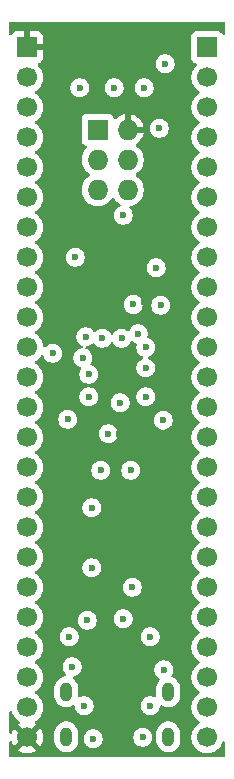
<source format=gbr>
%TF.GenerationSoftware,KiCad,Pcbnew,9.0.4*%
%TF.CreationDate,2025-09-22T14:36:08+02:00*%
%TF.ProjectId,ATmega4809A-breakout,41546d65-6761-4343-9830-39412d627265,rev?*%
%TF.SameCoordinates,Original*%
%TF.FileFunction,Copper,L2,Inr*%
%TF.FilePolarity,Positive*%
%FSLAX46Y46*%
G04 Gerber Fmt 4.6, Leading zero omitted, Abs format (unit mm)*
G04 Created by KiCad (PCBNEW 9.0.4) date 2025-09-22 14:36:08*
%MOMM*%
%LPD*%
G01*
G04 APERTURE LIST*
%TA.AperFunction,ComponentPad*%
%ADD10R,1.700000X1.700000*%
%TD*%
%TA.AperFunction,ComponentPad*%
%ADD11C,1.700000*%
%TD*%
%TA.AperFunction,ComponentPad*%
%ADD12R,1.727200X1.727200*%
%TD*%
%TA.AperFunction,ComponentPad*%
%ADD13O,1.727200X1.727200*%
%TD*%
%TA.AperFunction,ComponentPad*%
%ADD14O,1.000000X1.600000*%
%TD*%
%TA.AperFunction,ViaPad*%
%ADD15C,0.600000*%
%TD*%
G04 APERTURE END LIST*
D10*
%TO.N,GND*%
%TO.C,J3*%
X124460000Y-50800000D03*
D11*
%TO.N,/PC7*%
X124460000Y-53340000D03*
%TO.N,/PC6*%
X124460000Y-55880000D03*
%TO.N,/PC5*%
X124460000Y-58420000D03*
%TO.N,/PC4*%
X124460000Y-60960000D03*
%TO.N,/PC3*%
X124460000Y-63500000D03*
%TO.N,/PC2*%
X124460000Y-66040000D03*
%TO.N,/PC1*%
X124460000Y-68580000D03*
%TO.N,/PC0*%
X124460000Y-71120000D03*
%TO.N,/PB5*%
X124460000Y-73660000D03*
%TO.N,/PB4*%
X124460000Y-76200000D03*
%TO.N,/PB3*%
X124460000Y-78740000D03*
%TO.N,/PB2*%
X124460000Y-81280000D03*
%TO.N,/PB1*%
X124460000Y-83820000D03*
%TO.N,/PB0*%
X124460000Y-86360000D03*
%TO.N,/PA7*%
X124460000Y-88900000D03*
%TO.N,/PA6*%
X124460000Y-91440000D03*
%TO.N,/PA5*%
X124460000Y-93980000D03*
%TO.N,/PA4*%
X124460000Y-96520000D03*
%TO.N,/PA3*%
X124460000Y-99060000D03*
%TO.N,/PA2*%
X124460000Y-101600000D03*
%TO.N,/PA1*%
X124460000Y-104140000D03*
%TO.N,/PA0*%
X124460000Y-106680000D03*
%TO.N,GND*%
X124460000Y-109220000D03*
%TD*%
D12*
%TO.N,/UDPI*%
%TO.C,CONN1*%
X115189000Y-57785000D03*
D13*
%TO.N,+5V*%
X117729000Y-57785000D03*
%TO.N,unconnected-(CONN1-nc-Pad3)*%
X115189000Y-60325000D03*
%TO.N,unconnected-(CONN1-nc-Pad4)*%
X117729000Y-60325000D03*
%TO.N,unconnected-(CONN1-nc-Pad5)*%
X115189000Y-62865000D03*
%TO.N,GND*%
X117729000Y-62865000D03*
%TD*%
D10*
%TO.N,+5V*%
%TO.C,J2*%
X109220000Y-50800000D03*
D11*
%TO.N,/PD0*%
X109220000Y-53340000D03*
%TO.N,/PD1*%
X109220000Y-55880000D03*
%TO.N,/PD2*%
X109220000Y-58420000D03*
%TO.N,/PD3*%
X109220000Y-60960000D03*
%TO.N,/PD4*%
X109220000Y-63500000D03*
%TO.N,/PD5*%
X109220000Y-66040000D03*
%TO.N,/PD6*%
X109220000Y-68580000D03*
%TO.N,/PD7*%
X109220000Y-71120000D03*
%TO.N,GND*%
X109220000Y-73660000D03*
%TO.N,/PE0*%
X109220000Y-76200000D03*
%TO.N,/PE1*%
X109220000Y-78740000D03*
%TO.N,/PE2*%
X109220000Y-81280000D03*
%TO.N,/PE3*%
X109220000Y-83820000D03*
%TO.N,GND*%
X109220000Y-86360000D03*
%TO.N,/PF0*%
X109220000Y-88900000D03*
%TO.N,/PF1*%
X109220000Y-91440000D03*
%TO.N,/PF2*%
X109220000Y-93980000D03*
%TO.N,/PF3*%
X109220000Y-96520000D03*
%TO.N,/PF4*%
X109220000Y-99060000D03*
%TO.N,/PF5*%
X109220000Y-101600000D03*
%TO.N,/~{RST}_PF6*%
X109220000Y-104140000D03*
%TO.N,/UDPIR*%
X109220000Y-106680000D03*
%TO.N,+5V*%
X109220000Y-109220000D03*
%TD*%
D14*
%TO.N,GND*%
%TO.C,J1*%
X112520000Y-105372000D03*
X112520000Y-109172000D03*
X121160000Y-105372000D03*
X121160000Y-109172000D03*
%TD*%
D15*
%TO.N,GND*%
X112776000Y-100711000D03*
X119634000Y-100711000D03*
%TO.N,+5V*%
X111633000Y-50800000D03*
%TO.N,GND*%
X117094000Y-80899000D03*
X120777000Y-103505000D03*
X119253000Y-77949500D03*
X117348000Y-65024000D03*
X116586000Y-54229000D03*
X113665000Y-54229000D03*
X119634000Y-106553000D03*
X120744632Y-82364606D03*
X119253000Y-80391000D03*
X114046000Y-106553000D03*
X119126000Y-54229000D03*
X115443000Y-86614000D03*
X114427000Y-78486000D03*
X117983000Y-86614000D03*
X118999000Y-109220000D03*
X119253000Y-76200000D03*
X117221000Y-75438000D03*
X113284000Y-68580000D03*
X118110000Y-96520000D03*
X114173000Y-75311000D03*
X114300000Y-99314000D03*
X113030000Y-103251000D03*
X114427000Y-80391000D03*
X118618000Y-75057000D03*
X113919000Y-77089000D03*
X120396000Y-57658000D03*
X120904000Y-52197000D03*
X114808000Y-109347000D03*
X112649000Y-82296000D03*
X120142000Y-69469000D03*
X115570000Y-75438000D03*
X117348000Y-99187000D03*
X120523000Y-72644000D03*
%TO.N,+5V*%
X113284000Y-72517000D03*
X118903750Y-103600250D03*
X115316000Y-106553000D03*
X119888000Y-71247000D03*
X114808000Y-103759000D03*
X116967000Y-83566000D03*
X119102000Y-72390000D03*
X117221000Y-91694000D03*
X115596500Y-99160500D03*
X117221000Y-96012000D03*
X118364000Y-106553000D03*
%TO.N,/PC4*%
X118202089Y-72575000D03*
%TO.N,/UDPI*%
X116086140Y-83507413D03*
%TO.N,/UDPIR*%
X114682000Y-94868000D03*
%TO.N,Net-(U1-AVCC)*%
X114681000Y-89789000D03*
X111379000Y-76708000D03*
%TD*%
%TA.AperFunction,Conductor*%
%TO.N,+5V*%
G36*
X125934539Y-48653185D02*
G01*
X125980294Y-48705989D01*
X125991500Y-48757500D01*
X125991500Y-49657690D01*
X125971815Y-49724729D01*
X125919011Y-49770484D01*
X125849853Y-49780428D01*
X125786297Y-49751403D01*
X125760428Y-49714153D01*
X125758047Y-49715454D01*
X125753793Y-49707664D01*
X125667547Y-49592455D01*
X125667544Y-49592452D01*
X125552335Y-49506206D01*
X125552328Y-49506202D01*
X125417482Y-49455908D01*
X125417483Y-49455908D01*
X125357883Y-49449501D01*
X125357881Y-49449500D01*
X125357873Y-49449500D01*
X125357864Y-49449500D01*
X123562129Y-49449500D01*
X123562123Y-49449501D01*
X123502516Y-49455908D01*
X123367671Y-49506202D01*
X123367664Y-49506206D01*
X123252455Y-49592452D01*
X123252452Y-49592455D01*
X123166206Y-49707664D01*
X123166202Y-49707671D01*
X123115908Y-49842517D01*
X123109501Y-49902116D01*
X123109500Y-49902135D01*
X123109500Y-51697870D01*
X123109501Y-51697876D01*
X123115908Y-51757483D01*
X123166202Y-51892328D01*
X123166206Y-51892335D01*
X123252452Y-52007544D01*
X123252455Y-52007547D01*
X123367664Y-52093793D01*
X123367671Y-52093797D01*
X123499082Y-52142810D01*
X123555016Y-52184681D01*
X123579433Y-52250145D01*
X123564582Y-52318418D01*
X123543431Y-52346673D01*
X123429889Y-52460215D01*
X123304951Y-52632179D01*
X123208444Y-52821585D01*
X123142753Y-53023760D01*
X123109500Y-53233713D01*
X123109500Y-53446287D01*
X123142754Y-53656243D01*
X123205649Y-53849814D01*
X123208444Y-53858414D01*
X123304951Y-54047820D01*
X123429890Y-54219786D01*
X123580213Y-54370109D01*
X123752182Y-54495050D01*
X123760946Y-54499516D01*
X123811742Y-54547491D01*
X123828536Y-54615312D01*
X123805998Y-54681447D01*
X123760946Y-54720484D01*
X123752182Y-54724949D01*
X123580213Y-54849890D01*
X123429890Y-55000213D01*
X123304951Y-55172179D01*
X123208444Y-55361585D01*
X123142753Y-55563760D01*
X123109500Y-55773713D01*
X123109500Y-55986287D01*
X123142754Y-56196243D01*
X123170430Y-56281422D01*
X123208444Y-56398414D01*
X123304951Y-56587820D01*
X123429890Y-56759786D01*
X123580213Y-56910109D01*
X123752182Y-57035050D01*
X123760946Y-57039516D01*
X123811742Y-57087491D01*
X123828536Y-57155312D01*
X123805998Y-57221447D01*
X123760946Y-57260484D01*
X123752182Y-57264949D01*
X123580213Y-57389890D01*
X123429890Y-57540213D01*
X123304951Y-57712179D01*
X123208444Y-57901585D01*
X123142753Y-58103760D01*
X123109500Y-58313713D01*
X123109500Y-58526286D01*
X123136454Y-58696470D01*
X123142754Y-58736243D01*
X123193015Y-58890931D01*
X123208444Y-58938414D01*
X123304951Y-59127820D01*
X123429890Y-59299786D01*
X123580213Y-59450109D01*
X123752182Y-59575050D01*
X123760946Y-59579516D01*
X123811742Y-59627491D01*
X123828536Y-59695312D01*
X123805998Y-59761447D01*
X123760946Y-59800484D01*
X123752182Y-59804949D01*
X123580213Y-59929890D01*
X123429890Y-60080213D01*
X123304951Y-60252179D01*
X123208444Y-60441585D01*
X123142753Y-60643760D01*
X123109500Y-60853713D01*
X123109500Y-61066286D01*
X123132840Y-61213653D01*
X123142754Y-61276243D01*
X123170430Y-61361422D01*
X123208444Y-61478414D01*
X123304951Y-61667820D01*
X123429890Y-61839786D01*
X123580213Y-61990109D01*
X123752182Y-62115050D01*
X123760946Y-62119516D01*
X123811742Y-62167491D01*
X123828536Y-62235312D01*
X123805998Y-62301447D01*
X123760946Y-62340484D01*
X123752182Y-62344949D01*
X123580213Y-62469890D01*
X123429890Y-62620213D01*
X123304951Y-62792179D01*
X123208444Y-62981585D01*
X123142753Y-63183760D01*
X123109500Y-63393713D01*
X123109500Y-63606286D01*
X123132840Y-63753653D01*
X123142754Y-63816243D01*
X123170430Y-63901422D01*
X123208444Y-64018414D01*
X123304951Y-64207820D01*
X123429890Y-64379786D01*
X123580213Y-64530109D01*
X123752182Y-64655050D01*
X123760946Y-64659516D01*
X123811742Y-64707491D01*
X123828536Y-64775312D01*
X123805998Y-64841447D01*
X123760946Y-64880484D01*
X123752182Y-64884949D01*
X123580213Y-65009890D01*
X123429890Y-65160213D01*
X123304951Y-65332179D01*
X123208444Y-65521585D01*
X123142753Y-65723760D01*
X123109500Y-65933713D01*
X123109500Y-66146287D01*
X123142754Y-66356243D01*
X123170430Y-66441422D01*
X123208444Y-66558414D01*
X123304951Y-66747820D01*
X123429890Y-66919786D01*
X123580213Y-67070109D01*
X123752182Y-67195050D01*
X123760946Y-67199516D01*
X123811742Y-67247491D01*
X123828536Y-67315312D01*
X123805998Y-67381447D01*
X123760946Y-67420484D01*
X123752182Y-67424949D01*
X123580213Y-67549890D01*
X123429890Y-67700213D01*
X123304951Y-67872179D01*
X123208444Y-68061585D01*
X123142753Y-68263760D01*
X123129649Y-68346498D01*
X123109500Y-68473713D01*
X123109500Y-68686287D01*
X123142754Y-68896243D01*
X123205803Y-69090288D01*
X123208444Y-69098414D01*
X123304951Y-69287820D01*
X123429890Y-69459786D01*
X123580213Y-69610109D01*
X123752182Y-69735050D01*
X123760946Y-69739516D01*
X123811742Y-69787491D01*
X123828536Y-69855312D01*
X123805998Y-69921447D01*
X123760946Y-69960484D01*
X123752182Y-69964949D01*
X123580213Y-70089890D01*
X123429890Y-70240213D01*
X123304951Y-70412179D01*
X123208444Y-70601585D01*
X123142753Y-70803760D01*
X123109500Y-71013713D01*
X123109500Y-71226287D01*
X123142754Y-71436243D01*
X123170430Y-71521422D01*
X123208444Y-71638414D01*
X123304951Y-71827820D01*
X123429890Y-71999786D01*
X123580213Y-72150109D01*
X123752182Y-72275050D01*
X123760946Y-72279516D01*
X123811742Y-72327491D01*
X123828536Y-72395312D01*
X123805998Y-72461447D01*
X123760946Y-72500484D01*
X123752182Y-72504949D01*
X123580213Y-72629890D01*
X123429890Y-72780213D01*
X123304951Y-72952179D01*
X123208444Y-73141585D01*
X123142753Y-73343760D01*
X123109500Y-73553713D01*
X123109500Y-73766287D01*
X123142754Y-73976243D01*
X123170430Y-74061422D01*
X123208444Y-74178414D01*
X123304951Y-74367820D01*
X123429890Y-74539786D01*
X123580213Y-74690109D01*
X123752182Y-74815050D01*
X123760946Y-74819516D01*
X123811742Y-74867491D01*
X123828536Y-74935312D01*
X123805998Y-75001447D01*
X123760946Y-75040484D01*
X123752182Y-75044949D01*
X123580213Y-75169890D01*
X123429890Y-75320213D01*
X123304951Y-75492179D01*
X123208444Y-75681585D01*
X123208443Y-75681587D01*
X123208443Y-75681588D01*
X123190445Y-75736981D01*
X123142753Y-75883760D01*
X123111555Y-76080737D01*
X123109500Y-76093713D01*
X123109500Y-76306287D01*
X123142754Y-76516243D01*
X123205803Y-76710288D01*
X123208444Y-76718414D01*
X123304951Y-76907820D01*
X123429890Y-77079786D01*
X123580213Y-77230109D01*
X123752182Y-77355050D01*
X123760946Y-77359516D01*
X123811742Y-77407491D01*
X123828536Y-77475312D01*
X123805998Y-77541447D01*
X123760946Y-77580484D01*
X123752182Y-77584949D01*
X123580213Y-77709890D01*
X123429890Y-77860213D01*
X123304951Y-78032179D01*
X123208444Y-78221585D01*
X123142753Y-78423760D01*
X123109500Y-78633713D01*
X123109500Y-78846286D01*
X123133258Y-78996292D01*
X123142754Y-79056243D01*
X123207574Y-79255738D01*
X123208444Y-79258414D01*
X123304951Y-79447820D01*
X123429890Y-79619786D01*
X123580213Y-79770109D01*
X123752182Y-79895050D01*
X123760946Y-79899516D01*
X123811742Y-79947491D01*
X123828536Y-80015312D01*
X123805998Y-80081447D01*
X123760946Y-80120484D01*
X123752182Y-80124949D01*
X123580213Y-80249890D01*
X123429890Y-80400213D01*
X123304951Y-80572179D01*
X123208444Y-80761585D01*
X123142753Y-80963760D01*
X123109500Y-81173713D01*
X123109500Y-81386286D01*
X123142536Y-81594870D01*
X123142754Y-81596243D01*
X123204316Y-81785711D01*
X123208444Y-81798414D01*
X123304951Y-81987820D01*
X123429890Y-82159786D01*
X123580213Y-82310109D01*
X123752182Y-82435050D01*
X123760946Y-82439516D01*
X123811742Y-82487491D01*
X123828536Y-82555312D01*
X123805998Y-82621447D01*
X123760946Y-82660484D01*
X123752182Y-82664949D01*
X123580213Y-82789890D01*
X123429890Y-82940213D01*
X123304951Y-83112179D01*
X123208444Y-83301585D01*
X123142753Y-83503760D01*
X123109500Y-83713713D01*
X123109500Y-83926286D01*
X123141638Y-84129202D01*
X123142754Y-84136243D01*
X123198533Y-84307913D01*
X123208444Y-84338414D01*
X123304951Y-84527820D01*
X123429890Y-84699786D01*
X123580213Y-84850109D01*
X123752182Y-84975050D01*
X123760946Y-84979516D01*
X123811742Y-85027491D01*
X123828536Y-85095312D01*
X123805998Y-85161447D01*
X123760946Y-85200484D01*
X123752182Y-85204949D01*
X123580213Y-85329890D01*
X123429890Y-85480213D01*
X123304951Y-85652179D01*
X123208444Y-85841585D01*
X123208443Y-85841587D01*
X123208443Y-85841588D01*
X123207574Y-85844263D01*
X123142753Y-86043760D01*
X123133258Y-86103711D01*
X123109500Y-86253713D01*
X123109500Y-86466287D01*
X123142754Y-86676243D01*
X123198399Y-86847501D01*
X123208444Y-86878414D01*
X123304951Y-87067820D01*
X123429890Y-87239786D01*
X123580213Y-87390109D01*
X123752182Y-87515050D01*
X123760946Y-87519516D01*
X123811742Y-87567491D01*
X123828536Y-87635312D01*
X123805998Y-87701447D01*
X123760946Y-87740484D01*
X123752182Y-87744949D01*
X123580213Y-87869890D01*
X123429890Y-88020213D01*
X123304951Y-88192179D01*
X123208444Y-88381585D01*
X123142753Y-88583760D01*
X123109500Y-88793713D01*
X123109500Y-89006287D01*
X123142754Y-89216243D01*
X123205649Y-89409814D01*
X123208444Y-89418414D01*
X123304951Y-89607820D01*
X123429890Y-89779786D01*
X123580213Y-89930109D01*
X123752182Y-90055050D01*
X123760946Y-90059516D01*
X123811742Y-90107491D01*
X123828536Y-90175312D01*
X123805998Y-90241447D01*
X123760946Y-90280484D01*
X123752182Y-90284949D01*
X123580213Y-90409890D01*
X123429890Y-90560213D01*
X123304951Y-90732179D01*
X123208444Y-90921585D01*
X123142753Y-91123760D01*
X123109500Y-91333713D01*
X123109500Y-91546287D01*
X123142754Y-91756243D01*
X123170430Y-91841422D01*
X123208444Y-91958414D01*
X123304951Y-92147820D01*
X123429890Y-92319786D01*
X123580213Y-92470109D01*
X123752182Y-92595050D01*
X123760946Y-92599516D01*
X123811742Y-92647491D01*
X123828536Y-92715312D01*
X123805998Y-92781447D01*
X123760946Y-92820484D01*
X123752182Y-92824949D01*
X123580213Y-92949890D01*
X123429890Y-93100213D01*
X123304951Y-93272179D01*
X123208444Y-93461585D01*
X123142753Y-93663760D01*
X123109500Y-93873713D01*
X123109500Y-94086286D01*
X123134829Y-94246211D01*
X123142754Y-94296243D01*
X123205324Y-94488814D01*
X123208444Y-94498414D01*
X123304951Y-94687820D01*
X123429890Y-94859786D01*
X123580213Y-95010109D01*
X123752182Y-95135050D01*
X123760946Y-95139516D01*
X123811742Y-95187491D01*
X123828536Y-95255312D01*
X123805998Y-95321447D01*
X123760946Y-95360484D01*
X123752182Y-95364949D01*
X123580213Y-95489890D01*
X123429890Y-95640213D01*
X123304951Y-95812179D01*
X123208444Y-96001585D01*
X123142753Y-96203760D01*
X123129649Y-96286498D01*
X123109500Y-96413713D01*
X123109500Y-96626287D01*
X123142754Y-96836243D01*
X123205803Y-97030288D01*
X123208444Y-97038414D01*
X123304951Y-97227820D01*
X123429890Y-97399786D01*
X123580213Y-97550109D01*
X123752182Y-97675050D01*
X123760946Y-97679516D01*
X123811742Y-97727491D01*
X123828536Y-97795312D01*
X123805998Y-97861447D01*
X123760946Y-97900484D01*
X123752182Y-97904949D01*
X123580213Y-98029890D01*
X123429890Y-98180213D01*
X123304951Y-98352179D01*
X123208444Y-98541585D01*
X123208443Y-98541587D01*
X123208443Y-98541588D01*
X123207574Y-98544263D01*
X123142753Y-98743760D01*
X123133258Y-98803711D01*
X123109500Y-98953713D01*
X123109500Y-99166287D01*
X123142754Y-99376243D01*
X123204470Y-99566185D01*
X123208444Y-99578414D01*
X123304951Y-99767820D01*
X123429890Y-99939786D01*
X123580213Y-100090109D01*
X123752182Y-100215050D01*
X123760946Y-100219516D01*
X123811742Y-100267491D01*
X123828536Y-100335312D01*
X123805998Y-100401447D01*
X123760946Y-100440484D01*
X123752182Y-100444949D01*
X123580213Y-100569890D01*
X123429890Y-100720213D01*
X123304951Y-100892179D01*
X123208444Y-101081585D01*
X123142753Y-101283760D01*
X123111555Y-101480737D01*
X123109500Y-101493713D01*
X123109500Y-101706287D01*
X123142754Y-101916243D01*
X123170430Y-102001422D01*
X123208444Y-102118414D01*
X123304951Y-102307820D01*
X123429890Y-102479786D01*
X123580213Y-102630109D01*
X123752182Y-102755050D01*
X123760946Y-102759516D01*
X123811742Y-102807491D01*
X123828536Y-102875312D01*
X123805998Y-102941447D01*
X123760946Y-102980484D01*
X123752182Y-102984949D01*
X123580213Y-103109890D01*
X123429890Y-103260213D01*
X123304951Y-103432179D01*
X123208444Y-103621585D01*
X123142753Y-103823760D01*
X123109500Y-104033713D01*
X123109500Y-104246286D01*
X123139265Y-104434218D01*
X123142754Y-104456243D01*
X123170430Y-104541422D01*
X123208444Y-104658414D01*
X123304951Y-104847820D01*
X123429890Y-105019786D01*
X123580213Y-105170109D01*
X123752182Y-105295050D01*
X123760946Y-105299516D01*
X123811742Y-105347491D01*
X123828536Y-105415312D01*
X123805998Y-105481447D01*
X123760946Y-105520484D01*
X123752182Y-105524949D01*
X123580213Y-105649890D01*
X123429890Y-105800213D01*
X123304951Y-105972179D01*
X123208444Y-106161585D01*
X123142756Y-106363751D01*
X123142753Y-106363759D01*
X123118100Y-106519413D01*
X123109500Y-106573713D01*
X123109500Y-106786287D01*
X123142754Y-106996243D01*
X123200767Y-107174789D01*
X123208444Y-107198414D01*
X123304951Y-107387820D01*
X123429890Y-107559786D01*
X123580213Y-107710109D01*
X123752182Y-107835050D01*
X123760946Y-107839516D01*
X123811742Y-107887491D01*
X123828536Y-107955312D01*
X123805998Y-108021447D01*
X123760946Y-108060484D01*
X123752182Y-108064949D01*
X123580213Y-108189890D01*
X123429890Y-108340213D01*
X123304951Y-108512179D01*
X123208444Y-108701585D01*
X123142753Y-108903760D01*
X123109500Y-109113713D01*
X123109500Y-109326286D01*
X123142735Y-109536127D01*
X123142754Y-109536243D01*
X123205803Y-109730288D01*
X123208444Y-109738414D01*
X123304951Y-109927820D01*
X123429890Y-110099786D01*
X123580213Y-110250109D01*
X123752179Y-110375048D01*
X123752181Y-110375049D01*
X123752184Y-110375051D01*
X123941588Y-110471557D01*
X124143757Y-110537246D01*
X124353713Y-110570500D01*
X124353714Y-110570500D01*
X124566286Y-110570500D01*
X124566287Y-110570500D01*
X124776243Y-110537246D01*
X124978412Y-110471557D01*
X125167816Y-110375051D01*
X125222572Y-110335269D01*
X125339786Y-110250109D01*
X125339788Y-110250106D01*
X125339792Y-110250104D01*
X125490104Y-110099792D01*
X125490106Y-110099788D01*
X125490109Y-110099786D01*
X125613902Y-109929397D01*
X125615051Y-109927816D01*
X125711557Y-109738412D01*
X125749570Y-109621420D01*
X125789006Y-109563746D01*
X125853365Y-109536548D01*
X125922211Y-109548463D01*
X125973687Y-109595707D01*
X125991500Y-109659740D01*
X125991500Y-110754500D01*
X125971815Y-110821539D01*
X125919011Y-110867294D01*
X125867500Y-110878500D01*
X107812500Y-110878500D01*
X107745461Y-110858815D01*
X107699706Y-110806011D01*
X107688500Y-110754500D01*
X107688500Y-109658125D01*
X107708185Y-109591086D01*
X107760989Y-109545331D01*
X107830147Y-109535387D01*
X107893703Y-109564412D01*
X107930431Y-109619807D01*
X107968904Y-109738217D01*
X108065375Y-109927550D01*
X108104728Y-109981716D01*
X108737037Y-109349408D01*
X108754075Y-109412993D01*
X108819901Y-109527007D01*
X108912993Y-109620099D01*
X109027007Y-109685925D01*
X109090590Y-109702962D01*
X108458282Y-110335269D01*
X108458282Y-110335270D01*
X108512449Y-110374624D01*
X108701782Y-110471095D01*
X108903870Y-110536757D01*
X109113754Y-110570000D01*
X109326246Y-110570000D01*
X109536127Y-110536757D01*
X109536130Y-110536757D01*
X109738217Y-110471095D01*
X109927554Y-110374622D01*
X109981716Y-110335270D01*
X109981717Y-110335270D01*
X109349408Y-109702962D01*
X109412993Y-109685925D01*
X109527007Y-109620099D01*
X109620099Y-109527007D01*
X109685925Y-109412993D01*
X109702962Y-109349409D01*
X110335270Y-109981717D01*
X110335270Y-109981716D01*
X110374622Y-109927554D01*
X110471095Y-109738217D01*
X110525576Y-109570543D01*
X111519499Y-109570543D01*
X111557947Y-109763829D01*
X111557950Y-109763839D01*
X111633364Y-109945907D01*
X111633371Y-109945920D01*
X111742860Y-110109781D01*
X111742863Y-110109785D01*
X111882214Y-110249136D01*
X111882218Y-110249139D01*
X112046079Y-110358628D01*
X112046092Y-110358635D01*
X112228160Y-110434049D01*
X112228165Y-110434051D01*
X112228169Y-110434051D01*
X112228170Y-110434052D01*
X112421456Y-110472500D01*
X112421459Y-110472500D01*
X112618543Y-110472500D01*
X112748582Y-110446632D01*
X112811835Y-110434051D01*
X112993914Y-110358632D01*
X113157782Y-110249139D01*
X113297139Y-110109782D01*
X113406632Y-109945914D01*
X113482051Y-109763835D01*
X113510642Y-109620099D01*
X113520500Y-109570543D01*
X113520500Y-109268153D01*
X114007500Y-109268153D01*
X114007500Y-109425846D01*
X114038261Y-109580489D01*
X114038264Y-109580501D01*
X114098602Y-109726172D01*
X114098609Y-109726185D01*
X114186210Y-109857288D01*
X114186213Y-109857292D01*
X114297707Y-109968786D01*
X114297711Y-109968789D01*
X114428814Y-110056390D01*
X114428827Y-110056397D01*
X114557712Y-110109782D01*
X114574503Y-110116737D01*
X114729153Y-110147499D01*
X114729156Y-110147500D01*
X114729158Y-110147500D01*
X114886844Y-110147500D01*
X114886845Y-110147499D01*
X115041497Y-110116737D01*
X115187179Y-110056394D01*
X115318289Y-109968789D01*
X115429789Y-109857289D01*
X115517394Y-109726179D01*
X115577737Y-109580497D01*
X115608500Y-109425842D01*
X115608500Y-109268158D01*
X115608500Y-109268155D01*
X115608499Y-109268153D01*
X115586839Y-109159257D01*
X115583238Y-109141153D01*
X118198500Y-109141153D01*
X118198500Y-109298846D01*
X118229261Y-109453489D01*
X118229264Y-109453501D01*
X118289602Y-109599172D01*
X118289609Y-109599185D01*
X118377210Y-109730288D01*
X118377213Y-109730292D01*
X118488707Y-109841786D01*
X118488711Y-109841789D01*
X118619814Y-109929390D01*
X118619827Y-109929397D01*
X118746138Y-109981716D01*
X118765503Y-109989737D01*
X118920153Y-110020499D01*
X118920156Y-110020500D01*
X118920158Y-110020500D01*
X119077844Y-110020500D01*
X119077845Y-110020499D01*
X119232497Y-109989737D01*
X119378179Y-109929394D01*
X119509289Y-109841789D01*
X119620789Y-109730289D01*
X119708394Y-109599179D01*
X119720255Y-109570543D01*
X120159499Y-109570543D01*
X120197947Y-109763829D01*
X120197950Y-109763839D01*
X120273364Y-109945907D01*
X120273371Y-109945920D01*
X120382860Y-110109781D01*
X120382863Y-110109785D01*
X120522214Y-110249136D01*
X120522218Y-110249139D01*
X120686079Y-110358628D01*
X120686092Y-110358635D01*
X120868160Y-110434049D01*
X120868165Y-110434051D01*
X120868169Y-110434051D01*
X120868170Y-110434052D01*
X121061456Y-110472500D01*
X121061459Y-110472500D01*
X121258543Y-110472500D01*
X121388582Y-110446632D01*
X121451835Y-110434051D01*
X121633914Y-110358632D01*
X121797782Y-110249139D01*
X121937139Y-110109782D01*
X122046632Y-109945914D01*
X122122051Y-109763835D01*
X122150642Y-109620099D01*
X122160500Y-109570543D01*
X122160500Y-108773456D01*
X122122052Y-108580170D01*
X122122051Y-108580169D01*
X122122051Y-108580165D01*
X122108107Y-108546500D01*
X122046635Y-108398092D01*
X122046628Y-108398079D01*
X121937139Y-108234218D01*
X121937136Y-108234214D01*
X121797785Y-108094863D01*
X121797781Y-108094860D01*
X121633920Y-107985371D01*
X121633907Y-107985364D01*
X121451839Y-107909950D01*
X121451829Y-107909947D01*
X121258543Y-107871500D01*
X121258541Y-107871500D01*
X121061459Y-107871500D01*
X121061457Y-107871500D01*
X120868170Y-107909947D01*
X120868160Y-107909950D01*
X120686092Y-107985364D01*
X120686079Y-107985371D01*
X120522218Y-108094860D01*
X120522214Y-108094863D01*
X120382863Y-108234214D01*
X120382860Y-108234218D01*
X120273371Y-108398079D01*
X120273364Y-108398092D01*
X120197950Y-108580160D01*
X120197947Y-108580170D01*
X120159500Y-108773456D01*
X120159500Y-108773459D01*
X120159500Y-109570541D01*
X120159500Y-109570543D01*
X120159499Y-109570543D01*
X119720255Y-109570543D01*
X119768737Y-109453497D01*
X119799500Y-109298842D01*
X119799500Y-109141158D01*
X119799500Y-109141155D01*
X119799499Y-109141153D01*
X119768738Y-108986510D01*
X119768737Y-108986503D01*
X119760996Y-108967814D01*
X119708397Y-108840827D01*
X119708388Y-108840811D01*
X119705345Y-108836256D01*
X119620789Y-108709711D01*
X119620786Y-108709707D01*
X119509292Y-108598213D01*
X119509288Y-108598210D01*
X119378185Y-108510609D01*
X119378172Y-108510602D01*
X119232501Y-108450264D01*
X119232489Y-108450261D01*
X119077845Y-108419500D01*
X119077842Y-108419500D01*
X118920158Y-108419500D01*
X118920155Y-108419500D01*
X118765510Y-108450261D01*
X118765498Y-108450264D01*
X118619827Y-108510602D01*
X118619814Y-108510609D01*
X118488711Y-108598210D01*
X118488707Y-108598213D01*
X118377213Y-108709707D01*
X118377210Y-108709711D01*
X118289609Y-108840814D01*
X118289602Y-108840827D01*
X118229264Y-108986498D01*
X118229261Y-108986510D01*
X118198500Y-109141153D01*
X115583238Y-109141153D01*
X115577738Y-109113508D01*
X115577737Y-109113507D01*
X115577737Y-109113503D01*
X115577735Y-109113498D01*
X115517397Y-108967827D01*
X115517390Y-108967814D01*
X115429789Y-108836711D01*
X115429786Y-108836707D01*
X115318292Y-108725213D01*
X115318288Y-108725210D01*
X115187185Y-108637609D01*
X115187172Y-108637602D01*
X115041501Y-108577264D01*
X115041489Y-108577261D01*
X114886845Y-108546500D01*
X114886842Y-108546500D01*
X114729158Y-108546500D01*
X114729155Y-108546500D01*
X114574510Y-108577261D01*
X114574498Y-108577264D01*
X114428827Y-108637602D01*
X114428814Y-108637609D01*
X114297711Y-108725210D01*
X114297707Y-108725213D01*
X114186213Y-108836707D01*
X114186210Y-108836711D01*
X114098609Y-108967814D01*
X114098602Y-108967827D01*
X114038264Y-109113498D01*
X114038261Y-109113510D01*
X114007500Y-109268153D01*
X113520500Y-109268153D01*
X113520500Y-108773456D01*
X113482052Y-108580170D01*
X113482051Y-108580169D01*
X113482051Y-108580165D01*
X113468107Y-108546500D01*
X113406635Y-108398092D01*
X113406628Y-108398079D01*
X113297139Y-108234218D01*
X113297136Y-108234214D01*
X113157785Y-108094863D01*
X113157781Y-108094860D01*
X112993920Y-107985371D01*
X112993907Y-107985364D01*
X112811839Y-107909950D01*
X112811829Y-107909947D01*
X112618543Y-107871500D01*
X112618541Y-107871500D01*
X112421459Y-107871500D01*
X112421457Y-107871500D01*
X112228170Y-107909947D01*
X112228160Y-107909950D01*
X112046092Y-107985364D01*
X112046079Y-107985371D01*
X111882218Y-108094860D01*
X111882214Y-108094863D01*
X111742863Y-108234214D01*
X111742860Y-108234218D01*
X111633371Y-108398079D01*
X111633364Y-108398092D01*
X111557950Y-108580160D01*
X111557947Y-108580170D01*
X111519500Y-108773456D01*
X111519500Y-108773459D01*
X111519500Y-109570541D01*
X111519500Y-109570543D01*
X111519499Y-109570543D01*
X110525576Y-109570543D01*
X110536757Y-109536130D01*
X110536757Y-109536127D01*
X110570000Y-109326246D01*
X110570000Y-109113753D01*
X110536757Y-108903872D01*
X110536757Y-108903869D01*
X110504855Y-108805685D01*
X110471095Y-108701782D01*
X110374624Y-108512449D01*
X110335270Y-108458282D01*
X110335269Y-108458282D01*
X109702962Y-109090590D01*
X109685925Y-109027007D01*
X109620099Y-108912993D01*
X109527007Y-108819901D01*
X109412993Y-108754075D01*
X109349409Y-108737037D01*
X109981716Y-108104728D01*
X109927547Y-108065373D01*
X109927547Y-108065372D01*
X109918500Y-108060763D01*
X109867706Y-108012788D01*
X109850912Y-107944966D01*
X109873451Y-107878832D01*
X109918508Y-107839793D01*
X109927816Y-107835051D01*
X110007007Y-107777515D01*
X110099786Y-107710109D01*
X110099788Y-107710106D01*
X110099792Y-107710104D01*
X110250104Y-107559792D01*
X110250106Y-107559788D01*
X110250109Y-107559786D01*
X110375048Y-107387820D01*
X110375047Y-107387820D01*
X110375051Y-107387816D01*
X110471557Y-107198412D01*
X110537246Y-106996243D01*
X110570500Y-106786287D01*
X110570500Y-106573713D01*
X110537246Y-106363757D01*
X110471557Y-106161588D01*
X110375051Y-105972184D01*
X110375049Y-105972181D01*
X110375048Y-105972179D01*
X110250109Y-105800213D01*
X110220439Y-105770543D01*
X111519499Y-105770543D01*
X111557947Y-105963829D01*
X111557950Y-105963839D01*
X111633364Y-106145907D01*
X111633371Y-106145920D01*
X111742860Y-106309781D01*
X111742863Y-106309785D01*
X111882214Y-106449136D01*
X111882218Y-106449139D01*
X112046079Y-106558628D01*
X112046092Y-106558635D01*
X112228160Y-106634049D01*
X112228165Y-106634051D01*
X112228169Y-106634051D01*
X112228170Y-106634052D01*
X112421456Y-106672500D01*
X112421459Y-106672500D01*
X112618543Y-106672500D01*
X112748582Y-106646632D01*
X112811835Y-106634051D01*
X112957505Y-106573713D01*
X112993907Y-106558635D01*
X112993907Y-106558634D01*
X112993914Y-106558632D01*
X113052610Y-106519412D01*
X113119285Y-106498535D01*
X113186666Y-106517019D01*
X113233356Y-106568997D01*
X113245500Y-106622515D01*
X113245500Y-106631846D01*
X113276261Y-106786489D01*
X113276264Y-106786501D01*
X113336602Y-106932172D01*
X113336609Y-106932185D01*
X113424210Y-107063288D01*
X113424213Y-107063292D01*
X113535707Y-107174786D01*
X113535711Y-107174789D01*
X113666814Y-107262390D01*
X113666827Y-107262397D01*
X113812498Y-107322735D01*
X113812503Y-107322737D01*
X113967153Y-107353499D01*
X113967156Y-107353500D01*
X113967158Y-107353500D01*
X114124844Y-107353500D01*
X114124845Y-107353499D01*
X114279497Y-107322737D01*
X114425179Y-107262394D01*
X114556289Y-107174789D01*
X114667789Y-107063289D01*
X114755394Y-106932179D01*
X114815737Y-106786497D01*
X114846500Y-106631842D01*
X114846500Y-106474158D01*
X114846500Y-106474155D01*
X114846499Y-106474153D01*
X118833500Y-106474153D01*
X118833500Y-106631846D01*
X118864261Y-106786489D01*
X118864264Y-106786501D01*
X118924602Y-106932172D01*
X118924609Y-106932185D01*
X119012210Y-107063288D01*
X119012213Y-107063292D01*
X119123707Y-107174786D01*
X119123711Y-107174789D01*
X119254814Y-107262390D01*
X119254827Y-107262397D01*
X119400498Y-107322735D01*
X119400503Y-107322737D01*
X119555153Y-107353499D01*
X119555156Y-107353500D01*
X119555158Y-107353500D01*
X119712844Y-107353500D01*
X119712845Y-107353499D01*
X119867497Y-107322737D01*
X120013179Y-107262394D01*
X120144289Y-107174789D01*
X120255789Y-107063289D01*
X120343394Y-106932179D01*
X120403737Y-106786497D01*
X120434500Y-106631842D01*
X120434500Y-106622515D01*
X120454185Y-106555476D01*
X120506989Y-106509721D01*
X120576147Y-106499777D01*
X120627388Y-106519411D01*
X120686086Y-106558632D01*
X120686088Y-106558633D01*
X120686092Y-106558635D01*
X120868160Y-106634049D01*
X120868165Y-106634051D01*
X120868169Y-106634051D01*
X120868170Y-106634052D01*
X121061456Y-106672500D01*
X121061459Y-106672500D01*
X121258543Y-106672500D01*
X121388582Y-106646632D01*
X121451835Y-106634051D01*
X121597505Y-106573713D01*
X121633907Y-106558635D01*
X121633907Y-106558634D01*
X121633914Y-106558632D01*
X121797782Y-106449139D01*
X121937139Y-106309782D01*
X122046632Y-106145914D01*
X122122051Y-105963835D01*
X122157490Y-105785673D01*
X122160500Y-105770543D01*
X122160500Y-104973456D01*
X122122052Y-104780170D01*
X122122051Y-104780169D01*
X122122051Y-104780165D01*
X122122049Y-104780160D01*
X122046635Y-104598092D01*
X122046628Y-104598079D01*
X121937139Y-104434218D01*
X121937136Y-104434214D01*
X121797785Y-104294863D01*
X121797781Y-104294860D01*
X121633920Y-104185371D01*
X121633907Y-104185364D01*
X121500343Y-104130041D01*
X121445939Y-104086200D01*
X121423874Y-104019906D01*
X121441153Y-103952207D01*
X121444693Y-103946589D01*
X121461696Y-103921142D01*
X121486394Y-103884179D01*
X121546737Y-103738497D01*
X121577500Y-103583842D01*
X121577500Y-103426158D01*
X121577500Y-103426155D01*
X121577499Y-103426153D01*
X121546738Y-103271510D01*
X121546737Y-103271503D01*
X121542061Y-103260213D01*
X121486397Y-103125827D01*
X121486390Y-103125814D01*
X121398789Y-102994711D01*
X121398786Y-102994707D01*
X121287292Y-102883213D01*
X121287288Y-102883210D01*
X121156185Y-102795609D01*
X121156172Y-102795602D01*
X121010501Y-102735264D01*
X121010489Y-102735261D01*
X120855845Y-102704500D01*
X120855842Y-102704500D01*
X120698158Y-102704500D01*
X120698155Y-102704500D01*
X120543510Y-102735261D01*
X120543498Y-102735264D01*
X120397827Y-102795602D01*
X120397814Y-102795609D01*
X120266711Y-102883210D01*
X120266707Y-102883213D01*
X120155213Y-102994707D01*
X120155210Y-102994711D01*
X120067609Y-103125814D01*
X120067602Y-103125827D01*
X120007264Y-103271498D01*
X120007261Y-103271510D01*
X119976500Y-103426153D01*
X119976500Y-103583846D01*
X120007261Y-103738489D01*
X120007264Y-103738501D01*
X120067602Y-103884172D01*
X120067609Y-103884185D01*
X120155210Y-104015288D01*
X120155213Y-104015292D01*
X120266710Y-104126789D01*
X120394997Y-104212507D01*
X120439802Y-104266119D01*
X120448509Y-104335444D01*
X120418355Y-104398471D01*
X120413788Y-104403289D01*
X120382864Y-104434213D01*
X120382860Y-104434218D01*
X120273371Y-104598079D01*
X120273364Y-104598092D01*
X120197950Y-104780160D01*
X120197947Y-104780170D01*
X120159500Y-104973456D01*
X120159500Y-105718634D01*
X120139815Y-105785673D01*
X120087011Y-105831428D01*
X120017853Y-105841372D01*
X119988049Y-105833196D01*
X119905707Y-105799090D01*
X119867497Y-105783263D01*
X119867493Y-105783262D01*
X119867489Y-105783261D01*
X119712845Y-105752500D01*
X119712842Y-105752500D01*
X119555158Y-105752500D01*
X119555155Y-105752500D01*
X119400510Y-105783261D01*
X119400498Y-105783264D01*
X119254827Y-105843602D01*
X119254814Y-105843609D01*
X119123711Y-105931210D01*
X119123707Y-105931213D01*
X119012213Y-106042707D01*
X119012210Y-106042711D01*
X118924609Y-106173814D01*
X118924602Y-106173827D01*
X118864264Y-106319498D01*
X118864261Y-106319510D01*
X118833500Y-106474153D01*
X114846499Y-106474153D01*
X114824540Y-106363759D01*
X114815737Y-106319503D01*
X114811712Y-106309785D01*
X114755397Y-106173827D01*
X114755390Y-106173814D01*
X114667789Y-106042711D01*
X114667786Y-106042707D01*
X114556292Y-105931213D01*
X114556288Y-105931210D01*
X114425185Y-105843609D01*
X114425172Y-105843602D01*
X114279501Y-105783264D01*
X114279489Y-105783261D01*
X114124845Y-105752500D01*
X114124842Y-105752500D01*
X113967158Y-105752500D01*
X113967155Y-105752500D01*
X113812510Y-105783261D01*
X113812503Y-105783263D01*
X113691951Y-105833196D01*
X113622482Y-105840664D01*
X113560003Y-105809388D01*
X113524351Y-105749299D01*
X113520500Y-105718634D01*
X113520500Y-104973456D01*
X113482052Y-104780170D01*
X113482051Y-104780169D01*
X113482051Y-104780165D01*
X113482049Y-104780160D01*
X113406635Y-104598092D01*
X113406628Y-104598079D01*
X113297139Y-104434218D01*
X113297136Y-104434214D01*
X113157785Y-104294863D01*
X113157781Y-104294860D01*
X113114802Y-104266142D01*
X113069997Y-104212529D01*
X113061290Y-104143204D01*
X113091445Y-104080177D01*
X113150888Y-104043458D01*
X113159502Y-104041423D01*
X113263497Y-104020737D01*
X113409179Y-103960394D01*
X113540289Y-103872789D01*
X113651789Y-103761289D01*
X113739394Y-103630179D01*
X113742953Y-103621588D01*
X113799735Y-103484501D01*
X113799737Y-103484497D01*
X113830500Y-103329842D01*
X113830500Y-103172158D01*
X113830500Y-103172155D01*
X113830499Y-103172153D01*
X113821283Y-103125821D01*
X113799737Y-103017503D01*
X113784404Y-102980486D01*
X113739397Y-102871827D01*
X113739390Y-102871814D01*
X113651789Y-102740711D01*
X113651786Y-102740707D01*
X113540292Y-102629213D01*
X113540288Y-102629210D01*
X113409185Y-102541609D01*
X113409172Y-102541602D01*
X113263501Y-102481264D01*
X113263489Y-102481261D01*
X113108845Y-102450500D01*
X113108842Y-102450500D01*
X112951158Y-102450500D01*
X112951155Y-102450500D01*
X112796510Y-102481261D01*
X112796498Y-102481264D01*
X112650827Y-102541602D01*
X112650814Y-102541609D01*
X112519711Y-102629210D01*
X112519707Y-102629213D01*
X112408213Y-102740707D01*
X112408210Y-102740711D01*
X112320609Y-102871814D01*
X112320602Y-102871827D01*
X112260264Y-103017498D01*
X112260261Y-103017510D01*
X112229500Y-103172153D01*
X112229500Y-103329846D01*
X112260261Y-103484489D01*
X112260264Y-103484501D01*
X112320602Y-103630172D01*
X112320609Y-103630185D01*
X112408210Y-103761288D01*
X112408213Y-103761292D01*
X112506740Y-103859819D01*
X112540225Y-103921142D01*
X112535241Y-103990834D01*
X112493369Y-104046767D01*
X112427905Y-104071184D01*
X112422821Y-104071365D01*
X112421456Y-104071499D01*
X112228170Y-104109947D01*
X112228160Y-104109950D01*
X112046092Y-104185364D01*
X112046079Y-104185371D01*
X111882218Y-104294860D01*
X111882214Y-104294863D01*
X111742863Y-104434214D01*
X111742860Y-104434218D01*
X111633371Y-104598079D01*
X111633364Y-104598092D01*
X111557950Y-104780160D01*
X111557947Y-104780170D01*
X111519500Y-104973456D01*
X111519500Y-104973459D01*
X111519500Y-105770541D01*
X111519500Y-105770543D01*
X111519499Y-105770543D01*
X110220439Y-105770543D01*
X110099786Y-105649890D01*
X109927820Y-105524951D01*
X109927115Y-105524591D01*
X109919054Y-105520485D01*
X109868259Y-105472512D01*
X109851463Y-105404692D01*
X109873999Y-105338556D01*
X109919054Y-105299515D01*
X109927816Y-105295051D01*
X109949789Y-105279086D01*
X110099786Y-105170109D01*
X110099788Y-105170106D01*
X110099792Y-105170104D01*
X110250104Y-105019792D01*
X110375051Y-104847816D01*
X110471557Y-104658412D01*
X110537246Y-104456243D01*
X110570500Y-104246287D01*
X110570500Y-104033713D01*
X110537246Y-103823757D01*
X110471557Y-103621588D01*
X110375051Y-103432184D01*
X110375049Y-103432181D01*
X110375048Y-103432179D01*
X110250109Y-103260213D01*
X110099786Y-103109890D01*
X109927820Y-102984951D01*
X109927115Y-102984591D01*
X109919054Y-102980485D01*
X109868259Y-102932512D01*
X109851463Y-102864692D01*
X109873999Y-102798556D01*
X109919054Y-102759515D01*
X109927816Y-102755051D01*
X109997394Y-102704500D01*
X110099786Y-102630109D01*
X110099788Y-102630106D01*
X110099792Y-102630104D01*
X110250104Y-102479792D01*
X110250106Y-102479788D01*
X110250109Y-102479786D01*
X110375048Y-102307820D01*
X110375047Y-102307820D01*
X110375051Y-102307816D01*
X110471557Y-102118412D01*
X110537246Y-101916243D01*
X110570500Y-101706287D01*
X110570500Y-101493713D01*
X110537246Y-101283757D01*
X110471557Y-101081588D01*
X110375051Y-100892184D01*
X110375049Y-100892181D01*
X110375048Y-100892179D01*
X110250109Y-100720213D01*
X110162049Y-100632153D01*
X111975500Y-100632153D01*
X111975500Y-100789846D01*
X112006261Y-100944489D01*
X112006264Y-100944501D01*
X112066602Y-101090172D01*
X112066609Y-101090185D01*
X112154210Y-101221288D01*
X112154213Y-101221292D01*
X112265707Y-101332786D01*
X112265711Y-101332789D01*
X112396814Y-101420390D01*
X112396827Y-101420397D01*
X112542498Y-101480735D01*
X112542503Y-101480737D01*
X112697153Y-101511499D01*
X112697156Y-101511500D01*
X112697158Y-101511500D01*
X112854844Y-101511500D01*
X112854845Y-101511499D01*
X113009497Y-101480737D01*
X113155179Y-101420394D01*
X113286289Y-101332789D01*
X113397789Y-101221289D01*
X113485394Y-101090179D01*
X113488953Y-101081588D01*
X113545735Y-100944501D01*
X113545737Y-100944497D01*
X113576500Y-100789842D01*
X113576500Y-100632158D01*
X113576500Y-100632155D01*
X113576499Y-100632153D01*
X118833500Y-100632153D01*
X118833500Y-100789846D01*
X118864261Y-100944489D01*
X118864264Y-100944501D01*
X118924602Y-101090172D01*
X118924609Y-101090185D01*
X119012210Y-101221288D01*
X119012213Y-101221292D01*
X119123707Y-101332786D01*
X119123711Y-101332789D01*
X119254814Y-101420390D01*
X119254827Y-101420397D01*
X119400498Y-101480735D01*
X119400503Y-101480737D01*
X119555153Y-101511499D01*
X119555156Y-101511500D01*
X119555158Y-101511500D01*
X119712844Y-101511500D01*
X119712845Y-101511499D01*
X119867497Y-101480737D01*
X120013179Y-101420394D01*
X120144289Y-101332789D01*
X120255789Y-101221289D01*
X120343394Y-101090179D01*
X120346953Y-101081588D01*
X120403735Y-100944501D01*
X120403737Y-100944497D01*
X120434500Y-100789842D01*
X120434500Y-100632158D01*
X120434500Y-100632155D01*
X120434499Y-100632153D01*
X120403738Y-100477510D01*
X120403737Y-100477503D01*
X120388404Y-100440486D01*
X120343397Y-100331827D01*
X120343390Y-100331814D01*
X120255789Y-100200711D01*
X120255786Y-100200707D01*
X120144292Y-100089213D01*
X120144288Y-100089210D01*
X120013185Y-100001609D01*
X120013172Y-100001602D01*
X119867501Y-99941264D01*
X119867489Y-99941261D01*
X119712845Y-99910500D01*
X119712842Y-99910500D01*
X119555158Y-99910500D01*
X119555155Y-99910500D01*
X119400510Y-99941261D01*
X119400498Y-99941264D01*
X119254827Y-100001602D01*
X119254814Y-100001609D01*
X119123711Y-100089210D01*
X119123707Y-100089213D01*
X119012213Y-100200707D01*
X119012210Y-100200711D01*
X118924609Y-100331814D01*
X118924602Y-100331827D01*
X118864264Y-100477498D01*
X118864261Y-100477510D01*
X118833500Y-100632153D01*
X113576499Y-100632153D01*
X113545738Y-100477510D01*
X113545737Y-100477503D01*
X113530404Y-100440486D01*
X113485397Y-100331827D01*
X113485390Y-100331814D01*
X113397789Y-100200711D01*
X113397786Y-100200707D01*
X113286292Y-100089213D01*
X113286288Y-100089210D01*
X113155185Y-100001609D01*
X113155172Y-100001602D01*
X113009501Y-99941264D01*
X113009489Y-99941261D01*
X112854845Y-99910500D01*
X112854842Y-99910500D01*
X112697158Y-99910500D01*
X112697155Y-99910500D01*
X112542510Y-99941261D01*
X112542498Y-99941264D01*
X112396827Y-100001602D01*
X112396814Y-100001609D01*
X112265711Y-100089210D01*
X112265707Y-100089213D01*
X112154213Y-100200707D01*
X112154210Y-100200711D01*
X112066609Y-100331814D01*
X112066602Y-100331827D01*
X112006264Y-100477498D01*
X112006261Y-100477510D01*
X111975500Y-100632153D01*
X110162049Y-100632153D01*
X110099786Y-100569890D01*
X109927820Y-100444951D01*
X109927115Y-100444591D01*
X109919054Y-100440485D01*
X109868259Y-100392512D01*
X109851463Y-100324692D01*
X109873999Y-100258556D01*
X109919054Y-100219515D01*
X109927816Y-100215051D01*
X110066214Y-100114500D01*
X110099786Y-100090109D01*
X110099788Y-100090106D01*
X110099792Y-100090104D01*
X110250104Y-99939792D01*
X110250106Y-99939788D01*
X110250109Y-99939786D01*
X110375048Y-99767820D01*
X110375047Y-99767820D01*
X110375051Y-99767816D01*
X110471557Y-99578412D01*
X110537246Y-99376243D01*
X110559593Y-99235153D01*
X113499500Y-99235153D01*
X113499500Y-99392846D01*
X113530261Y-99547489D01*
X113530264Y-99547501D01*
X113590602Y-99693172D01*
X113590609Y-99693185D01*
X113678210Y-99824288D01*
X113678213Y-99824292D01*
X113789707Y-99935786D01*
X113789711Y-99935789D01*
X113920814Y-100023390D01*
X113920827Y-100023397D01*
X114066498Y-100083735D01*
X114066503Y-100083737D01*
X114221153Y-100114499D01*
X114221156Y-100114500D01*
X114221158Y-100114500D01*
X114378844Y-100114500D01*
X114378845Y-100114499D01*
X114533497Y-100083737D01*
X114679179Y-100023394D01*
X114810289Y-99935789D01*
X114921789Y-99824289D01*
X115009394Y-99693179D01*
X115069737Y-99547497D01*
X115100500Y-99392842D01*
X115100500Y-99235158D01*
X115100500Y-99235155D01*
X115100499Y-99235153D01*
X115078839Y-99126257D01*
X115075238Y-99108153D01*
X116547500Y-99108153D01*
X116547500Y-99265846D01*
X116578261Y-99420489D01*
X116578264Y-99420501D01*
X116638602Y-99566172D01*
X116638609Y-99566185D01*
X116726210Y-99697288D01*
X116726213Y-99697292D01*
X116837707Y-99808786D01*
X116837711Y-99808789D01*
X116968814Y-99896390D01*
X116968827Y-99896397D01*
X117114498Y-99956735D01*
X117114503Y-99956737D01*
X117269153Y-99987499D01*
X117269156Y-99987500D01*
X117269158Y-99987500D01*
X117426844Y-99987500D01*
X117426845Y-99987499D01*
X117581497Y-99956737D01*
X117727179Y-99896394D01*
X117858289Y-99808789D01*
X117969789Y-99697289D01*
X118057394Y-99566179D01*
X118117737Y-99420497D01*
X118148500Y-99265842D01*
X118148500Y-99108158D01*
X118148500Y-99108155D01*
X118148499Y-99108153D01*
X118142998Y-99080498D01*
X118117737Y-98953503D01*
X118109996Y-98934814D01*
X118057397Y-98807827D01*
X118057390Y-98807814D01*
X117969789Y-98676711D01*
X117969786Y-98676707D01*
X117858292Y-98565213D01*
X117858288Y-98565210D01*
X117727185Y-98477609D01*
X117727172Y-98477602D01*
X117581501Y-98417264D01*
X117581489Y-98417261D01*
X117426845Y-98386500D01*
X117426842Y-98386500D01*
X117269158Y-98386500D01*
X117269155Y-98386500D01*
X117114510Y-98417261D01*
X117114498Y-98417264D01*
X116968827Y-98477602D01*
X116968814Y-98477609D01*
X116837711Y-98565210D01*
X116837707Y-98565213D01*
X116726213Y-98676707D01*
X116726210Y-98676711D01*
X116638609Y-98807814D01*
X116638602Y-98807827D01*
X116578264Y-98953498D01*
X116578261Y-98953510D01*
X116547500Y-99108153D01*
X115075238Y-99108153D01*
X115069738Y-99080508D01*
X115069737Y-99080507D01*
X115069737Y-99080503D01*
X115069735Y-99080498D01*
X115009397Y-98934827D01*
X115009390Y-98934814D01*
X114921789Y-98803711D01*
X114921786Y-98803707D01*
X114810292Y-98692213D01*
X114810288Y-98692210D01*
X114679185Y-98604609D01*
X114679172Y-98604602D01*
X114533501Y-98544264D01*
X114533489Y-98544261D01*
X114378845Y-98513500D01*
X114378842Y-98513500D01*
X114221158Y-98513500D01*
X114221155Y-98513500D01*
X114066510Y-98544261D01*
X114066498Y-98544264D01*
X113920827Y-98604602D01*
X113920814Y-98604609D01*
X113789711Y-98692210D01*
X113789707Y-98692213D01*
X113678213Y-98803707D01*
X113678210Y-98803711D01*
X113590609Y-98934814D01*
X113590602Y-98934827D01*
X113530264Y-99080498D01*
X113530261Y-99080510D01*
X113499500Y-99235153D01*
X110559593Y-99235153D01*
X110570500Y-99166287D01*
X110570500Y-98953713D01*
X110537246Y-98743757D01*
X110471557Y-98541588D01*
X110375051Y-98352184D01*
X110375049Y-98352181D01*
X110375048Y-98352179D01*
X110250109Y-98180213D01*
X110099786Y-98029890D01*
X109927820Y-97904951D01*
X109927115Y-97904591D01*
X109919054Y-97900485D01*
X109868259Y-97852512D01*
X109851463Y-97784692D01*
X109873999Y-97718556D01*
X109919054Y-97679515D01*
X109927816Y-97675051D01*
X109949789Y-97659086D01*
X110099786Y-97550109D01*
X110099788Y-97550106D01*
X110099792Y-97550104D01*
X110250104Y-97399792D01*
X110250106Y-97399788D01*
X110250109Y-97399786D01*
X110373902Y-97229397D01*
X110375051Y-97227816D01*
X110471557Y-97038412D01*
X110537246Y-96836243D01*
X110570500Y-96626287D01*
X110570500Y-96441153D01*
X117309500Y-96441153D01*
X117309500Y-96598846D01*
X117340261Y-96753489D01*
X117340264Y-96753501D01*
X117400602Y-96899172D01*
X117400609Y-96899185D01*
X117488210Y-97030288D01*
X117488213Y-97030292D01*
X117599707Y-97141786D01*
X117599711Y-97141789D01*
X117730814Y-97229390D01*
X117730827Y-97229397D01*
X117876498Y-97289735D01*
X117876503Y-97289737D01*
X118031153Y-97320499D01*
X118031156Y-97320500D01*
X118031158Y-97320500D01*
X118188844Y-97320500D01*
X118188845Y-97320499D01*
X118343497Y-97289737D01*
X118489179Y-97229394D01*
X118620289Y-97141789D01*
X118731789Y-97030289D01*
X118819394Y-96899179D01*
X118879737Y-96753497D01*
X118910500Y-96598842D01*
X118910500Y-96441158D01*
X118910500Y-96441155D01*
X118910499Y-96441153D01*
X118879738Y-96286510D01*
X118879737Y-96286503D01*
X118840401Y-96191536D01*
X118819397Y-96140827D01*
X118819390Y-96140814D01*
X118731789Y-96009711D01*
X118731786Y-96009707D01*
X118620292Y-95898213D01*
X118620288Y-95898210D01*
X118489185Y-95810609D01*
X118489172Y-95810602D01*
X118343501Y-95750264D01*
X118343489Y-95750261D01*
X118188845Y-95719500D01*
X118188842Y-95719500D01*
X118031158Y-95719500D01*
X118031155Y-95719500D01*
X117876510Y-95750261D01*
X117876498Y-95750264D01*
X117730827Y-95810602D01*
X117730814Y-95810609D01*
X117599711Y-95898210D01*
X117599707Y-95898213D01*
X117488213Y-96009707D01*
X117488210Y-96009711D01*
X117400609Y-96140814D01*
X117400602Y-96140827D01*
X117340264Y-96286498D01*
X117340261Y-96286510D01*
X117309500Y-96441153D01*
X110570500Y-96441153D01*
X110570500Y-96413713D01*
X110537246Y-96203757D01*
X110471557Y-96001588D01*
X110375051Y-95812184D01*
X110375049Y-95812181D01*
X110375048Y-95812179D01*
X110250109Y-95640213D01*
X110099786Y-95489890D01*
X109927820Y-95364951D01*
X109927115Y-95364591D01*
X109919054Y-95360485D01*
X109868259Y-95312512D01*
X109851463Y-95244692D01*
X109873999Y-95178556D01*
X109919054Y-95139515D01*
X109927816Y-95135051D01*
X109973994Y-95101501D01*
X110099786Y-95010109D01*
X110099788Y-95010106D01*
X110099792Y-95010104D01*
X110250104Y-94859792D01*
X110258620Y-94848070D01*
X110301426Y-94789153D01*
X113881500Y-94789153D01*
X113881500Y-94946846D01*
X113912261Y-95101489D01*
X113912264Y-95101501D01*
X113972602Y-95247172D01*
X113972609Y-95247185D01*
X114060210Y-95378288D01*
X114060213Y-95378292D01*
X114171707Y-95489786D01*
X114171711Y-95489789D01*
X114302814Y-95577390D01*
X114302827Y-95577397D01*
X114448498Y-95637735D01*
X114448503Y-95637737D01*
X114603153Y-95668499D01*
X114603156Y-95668500D01*
X114603158Y-95668500D01*
X114760844Y-95668500D01*
X114760845Y-95668499D01*
X114915497Y-95637737D01*
X115061179Y-95577394D01*
X115192289Y-95489789D01*
X115303789Y-95378289D01*
X115391394Y-95247179D01*
X115451737Y-95101497D01*
X115482500Y-94946842D01*
X115482500Y-94789158D01*
X115482500Y-94789155D01*
X115482499Y-94789153D01*
X115462342Y-94687818D01*
X115451737Y-94634503D01*
X115395367Y-94498412D01*
X115391397Y-94488827D01*
X115391390Y-94488814D01*
X115303789Y-94357711D01*
X115303786Y-94357707D01*
X115192292Y-94246213D01*
X115192288Y-94246210D01*
X115061185Y-94158609D01*
X115061172Y-94158602D01*
X114915501Y-94098264D01*
X114915489Y-94098261D01*
X114760845Y-94067500D01*
X114760842Y-94067500D01*
X114603158Y-94067500D01*
X114603155Y-94067500D01*
X114448510Y-94098261D01*
X114448498Y-94098264D01*
X114302827Y-94158602D01*
X114302814Y-94158609D01*
X114171711Y-94246210D01*
X114171707Y-94246213D01*
X114060213Y-94357707D01*
X114060210Y-94357711D01*
X113972609Y-94488814D01*
X113972602Y-94488827D01*
X113912264Y-94634498D01*
X113912261Y-94634510D01*
X113881500Y-94789153D01*
X110301426Y-94789153D01*
X110358803Y-94710181D01*
X110375048Y-94687820D01*
X110375051Y-94687816D01*
X110471557Y-94498412D01*
X110537246Y-94296243D01*
X110570500Y-94086287D01*
X110570500Y-93873713D01*
X110537246Y-93663757D01*
X110471557Y-93461588D01*
X110375051Y-93272184D01*
X110375049Y-93272181D01*
X110375048Y-93272179D01*
X110250109Y-93100213D01*
X110099786Y-92949890D01*
X109927820Y-92824951D01*
X109927115Y-92824591D01*
X109919054Y-92820485D01*
X109868259Y-92772512D01*
X109851463Y-92704692D01*
X109873999Y-92638556D01*
X109919054Y-92599515D01*
X109927816Y-92595051D01*
X109949789Y-92579086D01*
X110099786Y-92470109D01*
X110099788Y-92470106D01*
X110099792Y-92470104D01*
X110250104Y-92319792D01*
X110250106Y-92319788D01*
X110250109Y-92319786D01*
X110375048Y-92147820D01*
X110375047Y-92147820D01*
X110375051Y-92147816D01*
X110471557Y-91958412D01*
X110537246Y-91756243D01*
X110570500Y-91546287D01*
X110570500Y-91333713D01*
X110537246Y-91123757D01*
X110471557Y-90921588D01*
X110375051Y-90732184D01*
X110375049Y-90732181D01*
X110375048Y-90732179D01*
X110250109Y-90560213D01*
X110099786Y-90409890D01*
X109927820Y-90284951D01*
X109927115Y-90284591D01*
X109919054Y-90280485D01*
X109868259Y-90232512D01*
X109851463Y-90164692D01*
X109873999Y-90098556D01*
X109919054Y-90059515D01*
X109927816Y-90055051D01*
X109972634Y-90022489D01*
X110099786Y-89930109D01*
X110099788Y-89930106D01*
X110099792Y-89930104D01*
X110250104Y-89779792D01*
X110250106Y-89779788D01*
X110250109Y-89779786D01*
X110300700Y-89710153D01*
X113880500Y-89710153D01*
X113880500Y-89867846D01*
X113911261Y-90022489D01*
X113911264Y-90022501D01*
X113971602Y-90168172D01*
X113971609Y-90168185D01*
X114059210Y-90299288D01*
X114059213Y-90299292D01*
X114170707Y-90410786D01*
X114170711Y-90410789D01*
X114301814Y-90498390D01*
X114301827Y-90498397D01*
X114447498Y-90558735D01*
X114447503Y-90558737D01*
X114602153Y-90589499D01*
X114602156Y-90589500D01*
X114602158Y-90589500D01*
X114759844Y-90589500D01*
X114759845Y-90589499D01*
X114914497Y-90558737D01*
X115060179Y-90498394D01*
X115191289Y-90410789D01*
X115302789Y-90299289D01*
X115390394Y-90168179D01*
X115450737Y-90022497D01*
X115481500Y-89867842D01*
X115481500Y-89710158D01*
X115481500Y-89710155D01*
X115481499Y-89710153D01*
X115465790Y-89631181D01*
X115450737Y-89555503D01*
X115450735Y-89555498D01*
X115390397Y-89409827D01*
X115390390Y-89409814D01*
X115302789Y-89278711D01*
X115302786Y-89278707D01*
X115191292Y-89167213D01*
X115191288Y-89167210D01*
X115060185Y-89079609D01*
X115060172Y-89079602D01*
X114914501Y-89019264D01*
X114914489Y-89019261D01*
X114759845Y-88988500D01*
X114759842Y-88988500D01*
X114602158Y-88988500D01*
X114602155Y-88988500D01*
X114447510Y-89019261D01*
X114447498Y-89019264D01*
X114301827Y-89079602D01*
X114301814Y-89079609D01*
X114170711Y-89167210D01*
X114170707Y-89167213D01*
X114059213Y-89278707D01*
X114059210Y-89278711D01*
X113971609Y-89409814D01*
X113971602Y-89409827D01*
X113911264Y-89555498D01*
X113911261Y-89555510D01*
X113880500Y-89710153D01*
X110300700Y-89710153D01*
X110358076Y-89631181D01*
X110364864Y-89621836D01*
X110375051Y-89607816D01*
X110471557Y-89418412D01*
X110537246Y-89216243D01*
X110570500Y-89006287D01*
X110570500Y-88793713D01*
X110537246Y-88583757D01*
X110471557Y-88381588D01*
X110375051Y-88192184D01*
X110375049Y-88192181D01*
X110375048Y-88192179D01*
X110250109Y-88020213D01*
X110099786Y-87869890D01*
X109927820Y-87744951D01*
X109927115Y-87744591D01*
X109919054Y-87740485D01*
X109868259Y-87692512D01*
X109851463Y-87624692D01*
X109873999Y-87558556D01*
X109919054Y-87519515D01*
X109927816Y-87515051D01*
X110066214Y-87414500D01*
X110099786Y-87390109D01*
X110099788Y-87390106D01*
X110099792Y-87390104D01*
X110250104Y-87239792D01*
X110250106Y-87239788D01*
X110250109Y-87239786D01*
X110375048Y-87067820D01*
X110375047Y-87067820D01*
X110375051Y-87067816D01*
X110471557Y-86878412D01*
X110537246Y-86676243D01*
X110559593Y-86535153D01*
X114642500Y-86535153D01*
X114642500Y-86692846D01*
X114673261Y-86847489D01*
X114673264Y-86847501D01*
X114733602Y-86993172D01*
X114733609Y-86993185D01*
X114821210Y-87124288D01*
X114821213Y-87124292D01*
X114932707Y-87235786D01*
X114932711Y-87235789D01*
X115063814Y-87323390D01*
X115063827Y-87323397D01*
X115209498Y-87383735D01*
X115209503Y-87383737D01*
X115364153Y-87414499D01*
X115364156Y-87414500D01*
X115364158Y-87414500D01*
X115521844Y-87414500D01*
X115521845Y-87414499D01*
X115676497Y-87383737D01*
X115822179Y-87323394D01*
X115953289Y-87235789D01*
X116064789Y-87124289D01*
X116152394Y-86993179D01*
X116212737Y-86847497D01*
X116243500Y-86692842D01*
X116243500Y-86535158D01*
X116243500Y-86535155D01*
X116243499Y-86535153D01*
X117182500Y-86535153D01*
X117182500Y-86692846D01*
X117213261Y-86847489D01*
X117213264Y-86847501D01*
X117273602Y-86993172D01*
X117273609Y-86993185D01*
X117361210Y-87124288D01*
X117361213Y-87124292D01*
X117472707Y-87235786D01*
X117472711Y-87235789D01*
X117603814Y-87323390D01*
X117603827Y-87323397D01*
X117749498Y-87383735D01*
X117749503Y-87383737D01*
X117904153Y-87414499D01*
X117904156Y-87414500D01*
X117904158Y-87414500D01*
X118061844Y-87414500D01*
X118061845Y-87414499D01*
X118216497Y-87383737D01*
X118362179Y-87323394D01*
X118493289Y-87235789D01*
X118604789Y-87124289D01*
X118692394Y-86993179D01*
X118752737Y-86847497D01*
X118783500Y-86692842D01*
X118783500Y-86535158D01*
X118783500Y-86535155D01*
X118783499Y-86535153D01*
X118778430Y-86509668D01*
X118752737Y-86380503D01*
X118752735Y-86380498D01*
X118692397Y-86234827D01*
X118692390Y-86234814D01*
X118604789Y-86103711D01*
X118604786Y-86103707D01*
X118493292Y-85992213D01*
X118493288Y-85992210D01*
X118362185Y-85904609D01*
X118362172Y-85904602D01*
X118216501Y-85844264D01*
X118216489Y-85844261D01*
X118061845Y-85813500D01*
X118061842Y-85813500D01*
X117904158Y-85813500D01*
X117904155Y-85813500D01*
X117749510Y-85844261D01*
X117749498Y-85844264D01*
X117603827Y-85904602D01*
X117603814Y-85904609D01*
X117472711Y-85992210D01*
X117472707Y-85992213D01*
X117361213Y-86103707D01*
X117361210Y-86103711D01*
X117273609Y-86234814D01*
X117273602Y-86234827D01*
X117213264Y-86380498D01*
X117213261Y-86380510D01*
X117182500Y-86535153D01*
X116243499Y-86535153D01*
X116238430Y-86509668D01*
X116212737Y-86380503D01*
X116212735Y-86380498D01*
X116152397Y-86234827D01*
X116152390Y-86234814D01*
X116064789Y-86103711D01*
X116064786Y-86103707D01*
X115953292Y-85992213D01*
X115953288Y-85992210D01*
X115822185Y-85904609D01*
X115822172Y-85904602D01*
X115676501Y-85844264D01*
X115676489Y-85844261D01*
X115521845Y-85813500D01*
X115521842Y-85813500D01*
X115364158Y-85813500D01*
X115364155Y-85813500D01*
X115209510Y-85844261D01*
X115209498Y-85844264D01*
X115063827Y-85904602D01*
X115063814Y-85904609D01*
X114932711Y-85992210D01*
X114932707Y-85992213D01*
X114821213Y-86103707D01*
X114821210Y-86103711D01*
X114733609Y-86234814D01*
X114733602Y-86234827D01*
X114673264Y-86380498D01*
X114673261Y-86380510D01*
X114642500Y-86535153D01*
X110559593Y-86535153D01*
X110570500Y-86466287D01*
X110570500Y-86253713D01*
X110537246Y-86043757D01*
X110471557Y-85841588D01*
X110375051Y-85652184D01*
X110375049Y-85652181D01*
X110375048Y-85652179D01*
X110250109Y-85480213D01*
X110099786Y-85329890D01*
X109927820Y-85204951D01*
X109927115Y-85204591D01*
X109919054Y-85200485D01*
X109868259Y-85152512D01*
X109851463Y-85084692D01*
X109873999Y-85018556D01*
X109919054Y-84979515D01*
X109927816Y-84975051D01*
X109949789Y-84959086D01*
X110099786Y-84850109D01*
X110099788Y-84850106D01*
X110099792Y-84850104D01*
X110250104Y-84699792D01*
X110250106Y-84699788D01*
X110250109Y-84699786D01*
X110375048Y-84527820D01*
X110375047Y-84527820D01*
X110375051Y-84527816D01*
X110471557Y-84338412D01*
X110537246Y-84136243D01*
X110570500Y-83926287D01*
X110570500Y-83713713D01*
X110537246Y-83503757D01*
X110512815Y-83428566D01*
X115285640Y-83428566D01*
X115285640Y-83586259D01*
X115316401Y-83740902D01*
X115316404Y-83740914D01*
X115376742Y-83886585D01*
X115376749Y-83886598D01*
X115464350Y-84017701D01*
X115464353Y-84017705D01*
X115575847Y-84129199D01*
X115575851Y-84129202D01*
X115706954Y-84216803D01*
X115706967Y-84216810D01*
X115810611Y-84259740D01*
X115852643Y-84277150D01*
X116007293Y-84307912D01*
X116007296Y-84307913D01*
X116007298Y-84307913D01*
X116164984Y-84307913D01*
X116164985Y-84307912D01*
X116319637Y-84277150D01*
X116465319Y-84216807D01*
X116596429Y-84129202D01*
X116707929Y-84017702D01*
X116795534Y-83886592D01*
X116855877Y-83740910D01*
X116886640Y-83586255D01*
X116886640Y-83428571D01*
X116886640Y-83428568D01*
X116886639Y-83428566D01*
X116861381Y-83301588D01*
X116855877Y-83273916D01*
X116810807Y-83165106D01*
X116795537Y-83128240D01*
X116795530Y-83128227D01*
X116707929Y-82997124D01*
X116707926Y-82997120D01*
X116596432Y-82885626D01*
X116596428Y-82885623D01*
X116465325Y-82798022D01*
X116465312Y-82798015D01*
X116319641Y-82737677D01*
X116319629Y-82737674D01*
X116164985Y-82706913D01*
X116164982Y-82706913D01*
X116007298Y-82706913D01*
X116007295Y-82706913D01*
X115852650Y-82737674D01*
X115852638Y-82737677D01*
X115706967Y-82798015D01*
X115706954Y-82798022D01*
X115575851Y-82885623D01*
X115575847Y-82885626D01*
X115464353Y-82997120D01*
X115464350Y-82997124D01*
X115376749Y-83128227D01*
X115376742Y-83128240D01*
X115316404Y-83273911D01*
X115316401Y-83273923D01*
X115285640Y-83428566D01*
X110512815Y-83428566D01*
X110471557Y-83301588D01*
X110375051Y-83112184D01*
X110375049Y-83112181D01*
X110375048Y-83112179D01*
X110250109Y-82940213D01*
X110099786Y-82789890D01*
X109927820Y-82664951D01*
X109927115Y-82664591D01*
X109919054Y-82660485D01*
X109868259Y-82612512D01*
X109851463Y-82544692D01*
X109873999Y-82478556D01*
X109919054Y-82439515D01*
X109927816Y-82435051D01*
X110010682Y-82374846D01*
X110099786Y-82310109D01*
X110099788Y-82310106D01*
X110099792Y-82310104D01*
X110192743Y-82217153D01*
X111848500Y-82217153D01*
X111848500Y-82374846D01*
X111879261Y-82529489D01*
X111879264Y-82529501D01*
X111939602Y-82675172D01*
X111939609Y-82675185D01*
X112027210Y-82806288D01*
X112027213Y-82806292D01*
X112138707Y-82917786D01*
X112138711Y-82917789D01*
X112269814Y-83005390D01*
X112269827Y-83005397D01*
X112415498Y-83065735D01*
X112415503Y-83065737D01*
X112570153Y-83096499D01*
X112570156Y-83096500D01*
X112570158Y-83096500D01*
X112727844Y-83096500D01*
X112727845Y-83096499D01*
X112882497Y-83065737D01*
X113028179Y-83005394D01*
X113159289Y-82917789D01*
X113270789Y-82806289D01*
X113358394Y-82675179D01*
X113418737Y-82529497D01*
X113449500Y-82374842D01*
X113449500Y-82285759D01*
X119944132Y-82285759D01*
X119944132Y-82443452D01*
X119974893Y-82598095D01*
X119974896Y-82598107D01*
X120035234Y-82743778D01*
X120035241Y-82743791D01*
X120122842Y-82874894D01*
X120122845Y-82874898D01*
X120234339Y-82986392D01*
X120234343Y-82986395D01*
X120365446Y-83073996D01*
X120365459Y-83074003D01*
X120496386Y-83128234D01*
X120511135Y-83134343D01*
X120665785Y-83165105D01*
X120665788Y-83165106D01*
X120665790Y-83165106D01*
X120823476Y-83165106D01*
X120823477Y-83165105D01*
X120978129Y-83134343D01*
X121123811Y-83074000D01*
X121254921Y-82986395D01*
X121366421Y-82874895D01*
X121454026Y-82743785D01*
X121514369Y-82598103D01*
X121545132Y-82443448D01*
X121545132Y-82285764D01*
X121545132Y-82285761D01*
X121545131Y-82285759D01*
X121520074Y-82159792D01*
X121514369Y-82131109D01*
X121485950Y-82062498D01*
X121454029Y-81985433D01*
X121454022Y-81985420D01*
X121366421Y-81854317D01*
X121366418Y-81854313D01*
X121254924Y-81742819D01*
X121254920Y-81742816D01*
X121123817Y-81655215D01*
X121123804Y-81655208D01*
X120978133Y-81594870D01*
X120978121Y-81594867D01*
X120823477Y-81564106D01*
X120823474Y-81564106D01*
X120665790Y-81564106D01*
X120665787Y-81564106D01*
X120511142Y-81594867D01*
X120511130Y-81594870D01*
X120365459Y-81655208D01*
X120365446Y-81655215D01*
X120234343Y-81742816D01*
X120234339Y-81742819D01*
X120122845Y-81854313D01*
X120122842Y-81854317D01*
X120035241Y-81985420D01*
X120035234Y-81985433D01*
X119974896Y-82131104D01*
X119974893Y-82131116D01*
X119944132Y-82285759D01*
X113449500Y-82285759D01*
X113449500Y-82217158D01*
X113449500Y-82217155D01*
X113449499Y-82217153D01*
X113438088Y-82159786D01*
X113418737Y-82062503D01*
X113386814Y-81985433D01*
X113358397Y-81916827D01*
X113358390Y-81916814D01*
X113270789Y-81785711D01*
X113270786Y-81785707D01*
X113159292Y-81674213D01*
X113159288Y-81674210D01*
X113028185Y-81586609D01*
X113028172Y-81586602D01*
X112882501Y-81526264D01*
X112882489Y-81526261D01*
X112727845Y-81495500D01*
X112727842Y-81495500D01*
X112570158Y-81495500D01*
X112570155Y-81495500D01*
X112415510Y-81526261D01*
X112415498Y-81526264D01*
X112269827Y-81586602D01*
X112269814Y-81586609D01*
X112138711Y-81674210D01*
X112138707Y-81674213D01*
X112027213Y-81785707D01*
X112027210Y-81785711D01*
X111939609Y-81916814D01*
X111939602Y-81916827D01*
X111879264Y-82062498D01*
X111879261Y-82062510D01*
X111848500Y-82217153D01*
X110192743Y-82217153D01*
X110250104Y-82159792D01*
X110250108Y-82159786D01*
X110265805Y-82138182D01*
X110265805Y-82138181D01*
X110320788Y-82062503D01*
X110375051Y-81987816D01*
X110471557Y-81798412D01*
X110537246Y-81596243D01*
X110570500Y-81386287D01*
X110570500Y-81173713D01*
X110537246Y-80963757D01*
X110471557Y-80761588D01*
X110375051Y-80572184D01*
X110375049Y-80572181D01*
X110375048Y-80572179D01*
X110250109Y-80400213D01*
X110162049Y-80312153D01*
X113626500Y-80312153D01*
X113626500Y-80469846D01*
X113657261Y-80624489D01*
X113657264Y-80624501D01*
X113717602Y-80770172D01*
X113717609Y-80770185D01*
X113805210Y-80901288D01*
X113805213Y-80901292D01*
X113916707Y-81012786D01*
X113916711Y-81012789D01*
X114047814Y-81100390D01*
X114047827Y-81100397D01*
X114193498Y-81160735D01*
X114193503Y-81160737D01*
X114348153Y-81191499D01*
X114348156Y-81191500D01*
X114348158Y-81191500D01*
X114505844Y-81191500D01*
X114505845Y-81191499D01*
X114660497Y-81160737D01*
X114806179Y-81100394D01*
X114937289Y-81012789D01*
X115048789Y-80901289D01*
X115103002Y-80820153D01*
X116293500Y-80820153D01*
X116293500Y-80977846D01*
X116324261Y-81132489D01*
X116324264Y-81132501D01*
X116384602Y-81278172D01*
X116384609Y-81278185D01*
X116472210Y-81409288D01*
X116472213Y-81409292D01*
X116583707Y-81520786D01*
X116583711Y-81520789D01*
X116714814Y-81608390D01*
X116714827Y-81608397D01*
X116860498Y-81668735D01*
X116860503Y-81668737D01*
X117015153Y-81699499D01*
X117015156Y-81699500D01*
X117015158Y-81699500D01*
X117172844Y-81699500D01*
X117172845Y-81699499D01*
X117327497Y-81668737D01*
X117440166Y-81622067D01*
X117473172Y-81608397D01*
X117473172Y-81608396D01*
X117473179Y-81608394D01*
X117604289Y-81520789D01*
X117715789Y-81409289D01*
X117803394Y-81278179D01*
X117863737Y-81132497D01*
X117894500Y-80977842D01*
X117894500Y-80820158D01*
X117894500Y-80820155D01*
X117894499Y-80820153D01*
X117883850Y-80766616D01*
X117863737Y-80665503D01*
X117846749Y-80624489D01*
X117803397Y-80519827D01*
X117803390Y-80519814D01*
X117715792Y-80388716D01*
X117715789Y-80388711D01*
X117715784Y-80388706D01*
X117715781Y-80388702D01*
X117639232Y-80312153D01*
X118452500Y-80312153D01*
X118452500Y-80469846D01*
X118483261Y-80624489D01*
X118483264Y-80624501D01*
X118543602Y-80770172D01*
X118543609Y-80770185D01*
X118631210Y-80901288D01*
X118631213Y-80901292D01*
X118742707Y-81012786D01*
X118742711Y-81012789D01*
X118873814Y-81100390D01*
X118873827Y-81100397D01*
X119019498Y-81160735D01*
X119019503Y-81160737D01*
X119174153Y-81191499D01*
X119174156Y-81191500D01*
X119174158Y-81191500D01*
X119331844Y-81191500D01*
X119331845Y-81191499D01*
X119486497Y-81160737D01*
X119632179Y-81100394D01*
X119763289Y-81012789D01*
X119874789Y-80901289D01*
X119962394Y-80770179D01*
X119965953Y-80761588D01*
X120022735Y-80624501D01*
X120022737Y-80624497D01*
X120053500Y-80469842D01*
X120053500Y-80312158D01*
X120053500Y-80312155D01*
X120053499Y-80312153D01*
X120046549Y-80277213D01*
X120022737Y-80157503D01*
X120007404Y-80120486D01*
X119962397Y-80011827D01*
X119962390Y-80011814D01*
X119874789Y-79880711D01*
X119874786Y-79880707D01*
X119763292Y-79769213D01*
X119763288Y-79769210D01*
X119632185Y-79681609D01*
X119632172Y-79681602D01*
X119486501Y-79621264D01*
X119486489Y-79621261D01*
X119331845Y-79590500D01*
X119331842Y-79590500D01*
X119174158Y-79590500D01*
X119174155Y-79590500D01*
X119019510Y-79621261D01*
X119019498Y-79621264D01*
X118873827Y-79681602D01*
X118873814Y-79681609D01*
X118742711Y-79769210D01*
X118742707Y-79769213D01*
X118631213Y-79880707D01*
X118631210Y-79880711D01*
X118543609Y-80011814D01*
X118543602Y-80011827D01*
X118483264Y-80157498D01*
X118483261Y-80157510D01*
X118452500Y-80312153D01*
X117639232Y-80312153D01*
X117604292Y-80277213D01*
X117604288Y-80277210D01*
X117473185Y-80189609D01*
X117473172Y-80189602D01*
X117327501Y-80129264D01*
X117327489Y-80129261D01*
X117172845Y-80098500D01*
X117172842Y-80098500D01*
X117015158Y-80098500D01*
X117015155Y-80098500D01*
X116860510Y-80129261D01*
X116860498Y-80129264D01*
X116714827Y-80189602D01*
X116714814Y-80189609D01*
X116583711Y-80277210D01*
X116583707Y-80277213D01*
X116472213Y-80388707D01*
X116472210Y-80388711D01*
X116384609Y-80519814D01*
X116384602Y-80519827D01*
X116324264Y-80665498D01*
X116324261Y-80665510D01*
X116293500Y-80820153D01*
X115103002Y-80820153D01*
X115136394Y-80770179D01*
X115139953Y-80761588D01*
X115196735Y-80624501D01*
X115196737Y-80624497D01*
X115227500Y-80469842D01*
X115227500Y-80312158D01*
X115227500Y-80312155D01*
X115227499Y-80312153D01*
X115220549Y-80277213D01*
X115196737Y-80157503D01*
X115181404Y-80120486D01*
X115136397Y-80011827D01*
X115136390Y-80011814D01*
X115048789Y-79880711D01*
X115048786Y-79880707D01*
X114937292Y-79769213D01*
X114937288Y-79769210D01*
X114806185Y-79681609D01*
X114806172Y-79681602D01*
X114660501Y-79621264D01*
X114660489Y-79621261D01*
X114505845Y-79590500D01*
X114505842Y-79590500D01*
X114348158Y-79590500D01*
X114348155Y-79590500D01*
X114193510Y-79621261D01*
X114193498Y-79621264D01*
X114047827Y-79681602D01*
X114047814Y-79681609D01*
X113916711Y-79769210D01*
X113916707Y-79769213D01*
X113805213Y-79880707D01*
X113805210Y-79880711D01*
X113717609Y-80011814D01*
X113717602Y-80011827D01*
X113657264Y-80157498D01*
X113657261Y-80157510D01*
X113626500Y-80312153D01*
X110162049Y-80312153D01*
X110099786Y-80249890D01*
X109927820Y-80124951D01*
X109927115Y-80124591D01*
X109919054Y-80120485D01*
X109868259Y-80072512D01*
X109851463Y-80004692D01*
X109873999Y-79938556D01*
X109919054Y-79899515D01*
X109927816Y-79895051D01*
X109949789Y-79879086D01*
X110099786Y-79770109D01*
X110099788Y-79770106D01*
X110099792Y-79770104D01*
X110250104Y-79619792D01*
X110250106Y-79619788D01*
X110250109Y-79619786D01*
X110375048Y-79447820D01*
X110375047Y-79447820D01*
X110375051Y-79447816D01*
X110471557Y-79258412D01*
X110537246Y-79056243D01*
X110570500Y-78846287D01*
X110570500Y-78633713D01*
X110537246Y-78423757D01*
X110471557Y-78221588D01*
X110375051Y-78032184D01*
X110375049Y-78032181D01*
X110375048Y-78032179D01*
X110250109Y-77860213D01*
X110099786Y-77709890D01*
X109927820Y-77584951D01*
X109927115Y-77584591D01*
X109919054Y-77580485D01*
X109868259Y-77532512D01*
X109851463Y-77464692D01*
X109873999Y-77398556D01*
X109919054Y-77359515D01*
X109927816Y-77355051D01*
X109972634Y-77322489D01*
X110099786Y-77230109D01*
X110099788Y-77230106D01*
X110099792Y-77230104D01*
X110250104Y-77079792D01*
X110250106Y-77079788D01*
X110250109Y-77079786D01*
X110373902Y-76909397D01*
X110375051Y-76907816D01*
X110376337Y-76905291D01*
X110377081Y-76904503D01*
X110377596Y-76903664D01*
X110377772Y-76903771D01*
X110424304Y-76854491D01*
X110492123Y-76837688D01*
X110558261Y-76860218D01*
X110601719Y-76914928D01*
X110608444Y-76937379D01*
X110609263Y-76941497D01*
X110609264Y-76941501D01*
X110669602Y-77087172D01*
X110669609Y-77087185D01*
X110757210Y-77218288D01*
X110757213Y-77218292D01*
X110868707Y-77329786D01*
X110868711Y-77329789D01*
X110999814Y-77417390D01*
X110999827Y-77417397D01*
X111122442Y-77468185D01*
X111145503Y-77477737D01*
X111300153Y-77508499D01*
X111300156Y-77508500D01*
X111300158Y-77508500D01*
X111457844Y-77508500D01*
X111457845Y-77508499D01*
X111612497Y-77477737D01*
X111758179Y-77417394D01*
X111889289Y-77329789D01*
X112000789Y-77218289D01*
X112088394Y-77087179D01*
X112120299Y-77010153D01*
X113118500Y-77010153D01*
X113118500Y-77167846D01*
X113149261Y-77322489D01*
X113149264Y-77322501D01*
X113209602Y-77468172D01*
X113209609Y-77468185D01*
X113297210Y-77599288D01*
X113297213Y-77599292D01*
X113408707Y-77710786D01*
X113408711Y-77710789D01*
X113539814Y-77798390D01*
X113539827Y-77798397D01*
X113685500Y-77858736D01*
X113690029Y-77860110D01*
X113748467Y-77898408D01*
X113776923Y-77962221D01*
X113766361Y-78031288D01*
X113757135Y-78047660D01*
X113717608Y-78106816D01*
X113717602Y-78106827D01*
X113657264Y-78252498D01*
X113657261Y-78252510D01*
X113626500Y-78407153D01*
X113626500Y-78564846D01*
X113657261Y-78719489D01*
X113657264Y-78719501D01*
X113717602Y-78865172D01*
X113717609Y-78865185D01*
X113805210Y-78996288D01*
X113805213Y-78996292D01*
X113916707Y-79107786D01*
X113916711Y-79107789D01*
X114047814Y-79195390D01*
X114047827Y-79195397D01*
X114193498Y-79255735D01*
X114193503Y-79255737D01*
X114348153Y-79286499D01*
X114348156Y-79286500D01*
X114348158Y-79286500D01*
X114505844Y-79286500D01*
X114505845Y-79286499D01*
X114660497Y-79255737D01*
X114806179Y-79195394D01*
X114937289Y-79107789D01*
X115048789Y-78996289D01*
X115136394Y-78865179D01*
X115196737Y-78719497D01*
X115227500Y-78564842D01*
X115227500Y-78407158D01*
X115227500Y-78407155D01*
X115227499Y-78407153D01*
X115213858Y-78338577D01*
X115196737Y-78252503D01*
X115183932Y-78221588D01*
X115136397Y-78106827D01*
X115136390Y-78106814D01*
X115048789Y-77975711D01*
X115048786Y-77975707D01*
X114937292Y-77864213D01*
X114937288Y-77864210D01*
X114806185Y-77776609D01*
X114806172Y-77776602D01*
X114660496Y-77716262D01*
X114655963Y-77714887D01*
X114597527Y-77676585D01*
X114569075Y-77612771D01*
X114579641Y-77543705D01*
X114588860Y-77527345D01*
X114628394Y-77468179D01*
X114688737Y-77322497D01*
X114719500Y-77167842D01*
X114719500Y-77010158D01*
X114719500Y-77010155D01*
X114719499Y-77010153D01*
X114708850Y-76956619D01*
X114688737Y-76855503D01*
X114660297Y-76786842D01*
X114628397Y-76709827D01*
X114628390Y-76709814D01*
X114540789Y-76578711D01*
X114540786Y-76578707D01*
X114429292Y-76467213D01*
X114429288Y-76467210D01*
X114298185Y-76379609D01*
X114298175Y-76379604D01*
X114223526Y-76348683D01*
X114169122Y-76304841D01*
X114147058Y-76238547D01*
X114164338Y-76170848D01*
X114215475Y-76123238D01*
X114246788Y-76112505D01*
X114251840Y-76111500D01*
X114251842Y-76111500D01*
X114406497Y-76080737D01*
X114552179Y-76020394D01*
X114683289Y-75932789D01*
X114729049Y-75887029D01*
X114790372Y-75853543D01*
X114860063Y-75858527D01*
X114915997Y-75900398D01*
X114919823Y-75905804D01*
X114920957Y-75907500D01*
X114948212Y-75948291D01*
X115059707Y-76059786D01*
X115059711Y-76059789D01*
X115190814Y-76147390D01*
X115190827Y-76147397D01*
X115312288Y-76197707D01*
X115336503Y-76207737D01*
X115444153Y-76229150D01*
X115491153Y-76238499D01*
X115491156Y-76238500D01*
X115491158Y-76238500D01*
X115648844Y-76238500D01*
X115648845Y-76238499D01*
X115803497Y-76207737D01*
X115949179Y-76147394D01*
X116080289Y-76059789D01*
X116191789Y-75948289D01*
X116279394Y-75817179D01*
X116280938Y-75813450D01*
X116324778Y-75759047D01*
X116391072Y-75736981D01*
X116458771Y-75754259D01*
X116506383Y-75805395D01*
X116510062Y-75813451D01*
X116511605Y-75817178D01*
X116511609Y-75817185D01*
X116599210Y-75948288D01*
X116599213Y-75948292D01*
X116710707Y-76059786D01*
X116710711Y-76059789D01*
X116841814Y-76147390D01*
X116841827Y-76147397D01*
X116963288Y-76197707D01*
X116987503Y-76207737D01*
X117095153Y-76229150D01*
X117142153Y-76238499D01*
X117142156Y-76238500D01*
X117142158Y-76238500D01*
X117299844Y-76238500D01*
X117299845Y-76238499D01*
X117454497Y-76207737D01*
X117600179Y-76147394D01*
X117731289Y-76059789D01*
X117842789Y-75948289D01*
X117930394Y-75817179D01*
X117955907Y-75755584D01*
X117999745Y-75701182D01*
X118066039Y-75679116D01*
X118133738Y-75696394D01*
X118139358Y-75699935D01*
X118238814Y-75766390D01*
X118238827Y-75766397D01*
X118316518Y-75798577D01*
X118384503Y-75826737D01*
X118384620Y-75826760D01*
X118384675Y-75826788D01*
X118390338Y-75828507D01*
X118390012Y-75829580D01*
X118446532Y-75859139D01*
X118481112Y-75919852D01*
X118482055Y-75972570D01*
X118452500Y-76121153D01*
X118452500Y-76278846D01*
X118483261Y-76433489D01*
X118483264Y-76433501D01*
X118543602Y-76579172D01*
X118543609Y-76579185D01*
X118631210Y-76710288D01*
X118631213Y-76710292D01*
X118742707Y-76821786D01*
X118742711Y-76821789D01*
X118873814Y-76909390D01*
X118873827Y-76909397D01*
X118996451Y-76960189D01*
X119050855Y-77004030D01*
X119072920Y-77070324D01*
X119055641Y-77138023D01*
X119004504Y-77185634D01*
X118996451Y-77189311D01*
X118873827Y-77240102D01*
X118873814Y-77240109D01*
X118742711Y-77327710D01*
X118742707Y-77327713D01*
X118631213Y-77439207D01*
X118631210Y-77439211D01*
X118543609Y-77570314D01*
X118543602Y-77570327D01*
X118483264Y-77715998D01*
X118483261Y-77716010D01*
X118452500Y-77870653D01*
X118452500Y-78028346D01*
X118483261Y-78182989D01*
X118483264Y-78183001D01*
X118543602Y-78328672D01*
X118543609Y-78328685D01*
X118631210Y-78459788D01*
X118631213Y-78459792D01*
X118742707Y-78571286D01*
X118742711Y-78571289D01*
X118873814Y-78658890D01*
X118873827Y-78658897D01*
X119019498Y-78719235D01*
X119019503Y-78719237D01*
X119174153Y-78749999D01*
X119174156Y-78750000D01*
X119174158Y-78750000D01*
X119331844Y-78750000D01*
X119331845Y-78749999D01*
X119486497Y-78719237D01*
X119632179Y-78658894D01*
X119763289Y-78571289D01*
X119874789Y-78459789D01*
X119962394Y-78328679D01*
X120022737Y-78182997D01*
X120053500Y-78028342D01*
X120053500Y-77870658D01*
X120053500Y-77870655D01*
X120053499Y-77870653D01*
X120034791Y-77776602D01*
X120022737Y-77716003D01*
X120020576Y-77710786D01*
X119962397Y-77570327D01*
X119962390Y-77570314D01*
X119874789Y-77439211D01*
X119874786Y-77439207D01*
X119763292Y-77327713D01*
X119763288Y-77327710D01*
X119632185Y-77240109D01*
X119632172Y-77240102D01*
X119509548Y-77189311D01*
X119455144Y-77145471D01*
X119433079Y-77079177D01*
X119450358Y-77011477D01*
X119501495Y-76963866D01*
X119509548Y-76960189D01*
X119518177Y-76956615D01*
X119632179Y-76909394D01*
X119763289Y-76821789D01*
X119874789Y-76710289D01*
X119962394Y-76579179D01*
X120022737Y-76433497D01*
X120053500Y-76278842D01*
X120053500Y-76121158D01*
X120053500Y-76121155D01*
X120053499Y-76121153D01*
X120046549Y-76086213D01*
X120022737Y-75966503D01*
X120015194Y-75948292D01*
X119962397Y-75820827D01*
X119962390Y-75820814D01*
X119874789Y-75689711D01*
X119874786Y-75689707D01*
X119763292Y-75578213D01*
X119763288Y-75578210D01*
X119632185Y-75490609D01*
X119632172Y-75490602D01*
X119486501Y-75430264D01*
X119486487Y-75430260D01*
X119486365Y-75430236D01*
X119486306Y-75430205D01*
X119480665Y-75428494D01*
X119480989Y-75427423D01*
X119424455Y-75397849D01*
X119389883Y-75337132D01*
X119388944Y-75284428D01*
X119418500Y-75135844D01*
X119418500Y-74978155D01*
X119418499Y-74978153D01*
X119409283Y-74931821D01*
X119387737Y-74823503D01*
X119375441Y-74793818D01*
X119327397Y-74677827D01*
X119327390Y-74677814D01*
X119239789Y-74546711D01*
X119239786Y-74546707D01*
X119128292Y-74435213D01*
X119128288Y-74435210D01*
X118997185Y-74347609D01*
X118997172Y-74347602D01*
X118851501Y-74287264D01*
X118851489Y-74287261D01*
X118696845Y-74256500D01*
X118696842Y-74256500D01*
X118539158Y-74256500D01*
X118539155Y-74256500D01*
X118384510Y-74287261D01*
X118384498Y-74287264D01*
X118238827Y-74347602D01*
X118238814Y-74347609D01*
X118107711Y-74435210D01*
X118107707Y-74435213D01*
X117996213Y-74546707D01*
X117996210Y-74546711D01*
X117908609Y-74677814D01*
X117908602Y-74677827D01*
X117883093Y-74739414D01*
X117839252Y-74793818D01*
X117772958Y-74815883D01*
X117705259Y-74798604D01*
X117699641Y-74795064D01*
X117600185Y-74728609D01*
X117600172Y-74728602D01*
X117454501Y-74668264D01*
X117454489Y-74668261D01*
X117299845Y-74637500D01*
X117299842Y-74637500D01*
X117142158Y-74637500D01*
X117142155Y-74637500D01*
X116987510Y-74668261D01*
X116987498Y-74668264D01*
X116841827Y-74728602D01*
X116841814Y-74728609D01*
X116710711Y-74816210D01*
X116710707Y-74816213D01*
X116599213Y-74927707D01*
X116599210Y-74927711D01*
X116511609Y-75058814D01*
X116511603Y-75058826D01*
X116510060Y-75062552D01*
X116466218Y-75116954D01*
X116399924Y-75139018D01*
X116332225Y-75121738D01*
X116284615Y-75070599D01*
X116280940Y-75062552D01*
X116279396Y-75058826D01*
X116279390Y-75058814D01*
X116191789Y-74927711D01*
X116191786Y-74927707D01*
X116080292Y-74816213D01*
X116080288Y-74816210D01*
X115949185Y-74728609D01*
X115949172Y-74728602D01*
X115803501Y-74668264D01*
X115803489Y-74668261D01*
X115648845Y-74637500D01*
X115648842Y-74637500D01*
X115491158Y-74637500D01*
X115491155Y-74637500D01*
X115336510Y-74668261D01*
X115336498Y-74668264D01*
X115190827Y-74728602D01*
X115190814Y-74728609D01*
X115059711Y-74816210D01*
X115059706Y-74816214D01*
X115013949Y-74861971D01*
X114952626Y-74895455D01*
X114882934Y-74890470D01*
X114827001Y-74848598D01*
X114823168Y-74843181D01*
X114794791Y-74800713D01*
X114794786Y-74800707D01*
X114683292Y-74689213D01*
X114683288Y-74689210D01*
X114552185Y-74601609D01*
X114552172Y-74601602D01*
X114406501Y-74541264D01*
X114406489Y-74541261D01*
X114251845Y-74510500D01*
X114251842Y-74510500D01*
X114094158Y-74510500D01*
X114094155Y-74510500D01*
X113939510Y-74541261D01*
X113939498Y-74541264D01*
X113793827Y-74601602D01*
X113793814Y-74601609D01*
X113662711Y-74689210D01*
X113662707Y-74689213D01*
X113551213Y-74800707D01*
X113551210Y-74800711D01*
X113463609Y-74931814D01*
X113463602Y-74931827D01*
X113403264Y-75077498D01*
X113403261Y-75077510D01*
X113372500Y-75232153D01*
X113372500Y-75389846D01*
X113403261Y-75544489D01*
X113403264Y-75544501D01*
X113463602Y-75690172D01*
X113463609Y-75690185D01*
X113551210Y-75821288D01*
X113551213Y-75821292D01*
X113662707Y-75932786D01*
X113662711Y-75932789D01*
X113793814Y-76020390D01*
X113793823Y-76020395D01*
X113868473Y-76051316D01*
X113922876Y-76095157D01*
X113944941Y-76161451D01*
X113927662Y-76229150D01*
X113876525Y-76276761D01*
X113845212Y-76287494D01*
X113685508Y-76319261D01*
X113685498Y-76319264D01*
X113539827Y-76379602D01*
X113539814Y-76379609D01*
X113408711Y-76467210D01*
X113408707Y-76467213D01*
X113297213Y-76578707D01*
X113297210Y-76578711D01*
X113209609Y-76709814D01*
X113209602Y-76709827D01*
X113149264Y-76855498D01*
X113149261Y-76855510D01*
X113118500Y-77010153D01*
X112120299Y-77010153D01*
X112148737Y-76941497D01*
X112179500Y-76786842D01*
X112179500Y-76629158D01*
X112179500Y-76629155D01*
X112179499Y-76629153D01*
X112169465Y-76578711D01*
X112148737Y-76474503D01*
X112109428Y-76379602D01*
X112088397Y-76328827D01*
X112088390Y-76328814D01*
X112000789Y-76197711D01*
X112000786Y-76197707D01*
X111889292Y-76086213D01*
X111889288Y-76086210D01*
X111758185Y-75998609D01*
X111758172Y-75998602D01*
X111612501Y-75938264D01*
X111612489Y-75938261D01*
X111457845Y-75907500D01*
X111457842Y-75907500D01*
X111300158Y-75907500D01*
X111300155Y-75907500D01*
X111145510Y-75938261D01*
X111145498Y-75938264D01*
X110999827Y-75998602D01*
X110999814Y-75998609D01*
X110868711Y-76086210D01*
X110781904Y-76173017D01*
X110720580Y-76206501D01*
X110650889Y-76201517D01*
X110594955Y-76159645D01*
X110571876Y-76098427D01*
X110571262Y-76098525D01*
X110570790Y-76095545D01*
X110570604Y-76095052D01*
X110570500Y-76093736D01*
X110570500Y-76093713D01*
X110537246Y-75883757D01*
X110471557Y-75681588D01*
X110375051Y-75492184D01*
X110375049Y-75492181D01*
X110375048Y-75492179D01*
X110250109Y-75320213D01*
X110099786Y-75169890D01*
X109927820Y-75044951D01*
X109927115Y-75044591D01*
X109919054Y-75040485D01*
X109868259Y-74992512D01*
X109851463Y-74924692D01*
X109873999Y-74858556D01*
X109919054Y-74819515D01*
X109927816Y-74815051D01*
X109957041Y-74793818D01*
X110099786Y-74690109D01*
X110099788Y-74690106D01*
X110099792Y-74690104D01*
X110250104Y-74539792D01*
X110250106Y-74539788D01*
X110250109Y-74539786D01*
X110375048Y-74367820D01*
X110375047Y-74367820D01*
X110375051Y-74367816D01*
X110471557Y-74178412D01*
X110537246Y-73976243D01*
X110570500Y-73766287D01*
X110570500Y-73553713D01*
X110537246Y-73343757D01*
X110471557Y-73141588D01*
X110375051Y-72952184D01*
X110375049Y-72952181D01*
X110375048Y-72952179D01*
X110250109Y-72780213D01*
X110099792Y-72629896D01*
X110099784Y-72629890D01*
X109927816Y-72504949D01*
X109911337Y-72496552D01*
X109910767Y-72496153D01*
X117401589Y-72496153D01*
X117401589Y-72653846D01*
X117432350Y-72808489D01*
X117432353Y-72808501D01*
X117492691Y-72954172D01*
X117492698Y-72954185D01*
X117580299Y-73085288D01*
X117580302Y-73085292D01*
X117691796Y-73196786D01*
X117691800Y-73196789D01*
X117822903Y-73284390D01*
X117822916Y-73284397D01*
X117940384Y-73333053D01*
X117968592Y-73344737D01*
X118123242Y-73375499D01*
X118123245Y-73375500D01*
X118123247Y-73375500D01*
X118280933Y-73375500D01*
X118280934Y-73375499D01*
X118435586Y-73344737D01*
X118581268Y-73284394D01*
X118712378Y-73196789D01*
X118823878Y-73085289D01*
X118911483Y-72954179D01*
X118912312Y-72952179D01*
X118971824Y-72808501D01*
X118971826Y-72808497D01*
X119002589Y-72653842D01*
X119002589Y-72565153D01*
X119722500Y-72565153D01*
X119722500Y-72722846D01*
X119753261Y-72877489D01*
X119753264Y-72877501D01*
X119813602Y-73023172D01*
X119813609Y-73023185D01*
X119901210Y-73154288D01*
X119901213Y-73154292D01*
X120012707Y-73265786D01*
X120012711Y-73265789D01*
X120143814Y-73353390D01*
X120143827Y-73353397D01*
X120289498Y-73413735D01*
X120289503Y-73413737D01*
X120444153Y-73444499D01*
X120444156Y-73444500D01*
X120444158Y-73444500D01*
X120601844Y-73444500D01*
X120601845Y-73444499D01*
X120756497Y-73413737D01*
X120902179Y-73353394D01*
X121033289Y-73265789D01*
X121144789Y-73154289D01*
X121232394Y-73023179D01*
X121292737Y-72877497D01*
X121323500Y-72722842D01*
X121323500Y-72565158D01*
X121323500Y-72565155D01*
X121323499Y-72565153D01*
X121311524Y-72504951D01*
X121292737Y-72410503D01*
X121286445Y-72395312D01*
X121232397Y-72264827D01*
X121232390Y-72264814D01*
X121144789Y-72133711D01*
X121144786Y-72133707D01*
X121033292Y-72022213D01*
X121033288Y-72022210D01*
X120902185Y-71934609D01*
X120902172Y-71934602D01*
X120756501Y-71874264D01*
X120756489Y-71874261D01*
X120601845Y-71843500D01*
X120601842Y-71843500D01*
X120444158Y-71843500D01*
X120444155Y-71843500D01*
X120289510Y-71874261D01*
X120289498Y-71874264D01*
X120143827Y-71934602D01*
X120143814Y-71934609D01*
X120012711Y-72022210D01*
X120012707Y-72022213D01*
X119901213Y-72133707D01*
X119901210Y-72133711D01*
X119813609Y-72264814D01*
X119813602Y-72264827D01*
X119753264Y-72410498D01*
X119753261Y-72410510D01*
X119722500Y-72565153D01*
X119002589Y-72565153D01*
X119002589Y-72496158D01*
X119002589Y-72496155D01*
X119002588Y-72496153D01*
X118997543Y-72470791D01*
X118971826Y-72341503D01*
X118953325Y-72296838D01*
X118911486Y-72195827D01*
X118911479Y-72195814D01*
X118823878Y-72064711D01*
X118823875Y-72064707D01*
X118712381Y-71953213D01*
X118712377Y-71953210D01*
X118581274Y-71865609D01*
X118581261Y-71865602D01*
X118435590Y-71805264D01*
X118435578Y-71805261D01*
X118280934Y-71774500D01*
X118280931Y-71774500D01*
X118123247Y-71774500D01*
X118123244Y-71774500D01*
X117968599Y-71805261D01*
X117968587Y-71805264D01*
X117822916Y-71865602D01*
X117822903Y-71865609D01*
X117691800Y-71953210D01*
X117691796Y-71953213D01*
X117580302Y-72064707D01*
X117580299Y-72064711D01*
X117492698Y-72195814D01*
X117492691Y-72195827D01*
X117432353Y-72341498D01*
X117432350Y-72341510D01*
X117401589Y-72496153D01*
X109910767Y-72496153D01*
X109904238Y-72491583D01*
X109887614Y-72470791D01*
X109868259Y-72452512D01*
X109866131Y-72443923D01*
X109860606Y-72437012D01*
X109857862Y-72410531D01*
X109851463Y-72384692D01*
X109854317Y-72376316D01*
X109853405Y-72367514D01*
X109865412Y-72343755D01*
X109873999Y-72318556D01*
X109881380Y-72312160D01*
X109884920Y-72305156D01*
X109899062Y-72296838D01*
X109919054Y-72279515D01*
X109927816Y-72275051D01*
X109949789Y-72259086D01*
X110099786Y-72150109D01*
X110099788Y-72150106D01*
X110099792Y-72150104D01*
X110250104Y-71999792D01*
X110250106Y-71999788D01*
X110250109Y-71999786D01*
X110375048Y-71827820D01*
X110375047Y-71827820D01*
X110375051Y-71827816D01*
X110471557Y-71638412D01*
X110537246Y-71436243D01*
X110570500Y-71226287D01*
X110570500Y-71013713D01*
X110537246Y-70803757D01*
X110471557Y-70601588D01*
X110375051Y-70412184D01*
X110375049Y-70412181D01*
X110375048Y-70412179D01*
X110250109Y-70240213D01*
X110099786Y-70089890D01*
X109927820Y-69964951D01*
X109927115Y-69964591D01*
X109919054Y-69960485D01*
X109868259Y-69912512D01*
X109851463Y-69844692D01*
X109873999Y-69778556D01*
X109919054Y-69739515D01*
X109927816Y-69735051D01*
X109972634Y-69702489D01*
X110099786Y-69610109D01*
X110099788Y-69610106D01*
X110099792Y-69610104D01*
X110250104Y-69459792D01*
X110250106Y-69459788D01*
X110250109Y-69459786D01*
X110300700Y-69390153D01*
X119341500Y-69390153D01*
X119341500Y-69547846D01*
X119372261Y-69702489D01*
X119372264Y-69702501D01*
X119432602Y-69848172D01*
X119432609Y-69848185D01*
X119520210Y-69979288D01*
X119520213Y-69979292D01*
X119631707Y-70090786D01*
X119631711Y-70090789D01*
X119762814Y-70178390D01*
X119762827Y-70178397D01*
X119908498Y-70238735D01*
X119908503Y-70238737D01*
X120063153Y-70269499D01*
X120063156Y-70269500D01*
X120063158Y-70269500D01*
X120220844Y-70269500D01*
X120220845Y-70269499D01*
X120375497Y-70238737D01*
X120521179Y-70178394D01*
X120652289Y-70090789D01*
X120763789Y-69979289D01*
X120851394Y-69848179D01*
X120911737Y-69702497D01*
X120942500Y-69547842D01*
X120942500Y-69390158D01*
X120942500Y-69390155D01*
X120942499Y-69390153D01*
X120922457Y-69289397D01*
X120911737Y-69235503D01*
X120897771Y-69201786D01*
X120851397Y-69089827D01*
X120851390Y-69089814D01*
X120763789Y-68958711D01*
X120763786Y-68958707D01*
X120652292Y-68847213D01*
X120652288Y-68847210D01*
X120521185Y-68759609D01*
X120521172Y-68759602D01*
X120375501Y-68699264D01*
X120375489Y-68699261D01*
X120220845Y-68668500D01*
X120220842Y-68668500D01*
X120063158Y-68668500D01*
X120063155Y-68668500D01*
X119908510Y-68699261D01*
X119908498Y-68699264D01*
X119762827Y-68759602D01*
X119762814Y-68759609D01*
X119631711Y-68847210D01*
X119631707Y-68847213D01*
X119520213Y-68958707D01*
X119520210Y-68958711D01*
X119432609Y-69089814D01*
X119432602Y-69089827D01*
X119372264Y-69235498D01*
X119372261Y-69235510D01*
X119341500Y-69390153D01*
X110300700Y-69390153D01*
X110373902Y-69289397D01*
X110375051Y-69287816D01*
X110471557Y-69098412D01*
X110537246Y-68896243D01*
X110570500Y-68686287D01*
X110570500Y-68501153D01*
X112483500Y-68501153D01*
X112483500Y-68658846D01*
X112514261Y-68813489D01*
X112514264Y-68813501D01*
X112574602Y-68959172D01*
X112574609Y-68959185D01*
X112662210Y-69090288D01*
X112662213Y-69090292D01*
X112773707Y-69201786D01*
X112773711Y-69201789D01*
X112904814Y-69289390D01*
X112904827Y-69289397D01*
X113050498Y-69349735D01*
X113050503Y-69349737D01*
X113205153Y-69380499D01*
X113205156Y-69380500D01*
X113205158Y-69380500D01*
X113362844Y-69380500D01*
X113362845Y-69380499D01*
X113517497Y-69349737D01*
X113663179Y-69289394D01*
X113794289Y-69201789D01*
X113905789Y-69090289D01*
X113993394Y-68959179D01*
X114053737Y-68813497D01*
X114084500Y-68658842D01*
X114084500Y-68501158D01*
X114084500Y-68501155D01*
X114084499Y-68501153D01*
X114053738Y-68346510D01*
X114053737Y-68346503D01*
X114014401Y-68251536D01*
X113993397Y-68200827D01*
X113993390Y-68200814D01*
X113905789Y-68069711D01*
X113905786Y-68069707D01*
X113794292Y-67958213D01*
X113794288Y-67958210D01*
X113663185Y-67870609D01*
X113663172Y-67870602D01*
X113517501Y-67810264D01*
X113517489Y-67810261D01*
X113362845Y-67779500D01*
X113362842Y-67779500D01*
X113205158Y-67779500D01*
X113205155Y-67779500D01*
X113050510Y-67810261D01*
X113050498Y-67810264D01*
X112904827Y-67870602D01*
X112904814Y-67870609D01*
X112773711Y-67958210D01*
X112773707Y-67958213D01*
X112662213Y-68069707D01*
X112662210Y-68069711D01*
X112574609Y-68200814D01*
X112574602Y-68200827D01*
X112514264Y-68346498D01*
X112514261Y-68346510D01*
X112483500Y-68501153D01*
X110570500Y-68501153D01*
X110570500Y-68473713D01*
X110537246Y-68263757D01*
X110471557Y-68061588D01*
X110375051Y-67872184D01*
X110375049Y-67872181D01*
X110375048Y-67872179D01*
X110250109Y-67700213D01*
X110099786Y-67549890D01*
X109927820Y-67424951D01*
X109927115Y-67424591D01*
X109919054Y-67420485D01*
X109868259Y-67372512D01*
X109851463Y-67304692D01*
X109873999Y-67238556D01*
X109919054Y-67199515D01*
X109927816Y-67195051D01*
X109949789Y-67179086D01*
X110099786Y-67070109D01*
X110099788Y-67070106D01*
X110099792Y-67070104D01*
X110250104Y-66919792D01*
X110250106Y-66919788D01*
X110250109Y-66919786D01*
X110375048Y-66747820D01*
X110375047Y-66747820D01*
X110375051Y-66747816D01*
X110471557Y-66558412D01*
X110537246Y-66356243D01*
X110570500Y-66146287D01*
X110570500Y-65933713D01*
X110537246Y-65723757D01*
X110471557Y-65521588D01*
X110375051Y-65332184D01*
X110375049Y-65332181D01*
X110375048Y-65332179D01*
X110250109Y-65160213D01*
X110099786Y-65009890D01*
X109927820Y-64884951D01*
X109927115Y-64884591D01*
X109919054Y-64880485D01*
X109868259Y-64832512D01*
X109851463Y-64764692D01*
X109873999Y-64698556D01*
X109919054Y-64659515D01*
X109927816Y-64655051D01*
X109949789Y-64639086D01*
X110099786Y-64530109D01*
X110099788Y-64530106D01*
X110099792Y-64530104D01*
X110250104Y-64379792D01*
X110250106Y-64379788D01*
X110250109Y-64379786D01*
X110375048Y-64207820D01*
X110375047Y-64207820D01*
X110375051Y-64207816D01*
X110471557Y-64018412D01*
X110537246Y-63816243D01*
X110570500Y-63606287D01*
X110570500Y-63393713D01*
X110537246Y-63183757D01*
X110471557Y-62981588D01*
X110375051Y-62792184D01*
X110375049Y-62792181D01*
X110375048Y-62792179D01*
X110250109Y-62620213D01*
X110099786Y-62469890D01*
X109927820Y-62344951D01*
X109927115Y-62344591D01*
X109919054Y-62340485D01*
X109868259Y-62292512D01*
X109851463Y-62224692D01*
X109873999Y-62158556D01*
X109919054Y-62119515D01*
X109927816Y-62115051D01*
X109949789Y-62099086D01*
X110099786Y-61990109D01*
X110099788Y-61990106D01*
X110099792Y-61990104D01*
X110250104Y-61839792D01*
X110250106Y-61839788D01*
X110250109Y-61839786D01*
X110375048Y-61667820D01*
X110375047Y-61667820D01*
X110375051Y-61667816D01*
X110471557Y-61478412D01*
X110537246Y-61276243D01*
X110570500Y-61066287D01*
X110570500Y-60853713D01*
X110537246Y-60643757D01*
X110471557Y-60441588D01*
X110375051Y-60252184D01*
X110375049Y-60252181D01*
X110375048Y-60252179D01*
X110250109Y-60080213D01*
X110099786Y-59929890D01*
X109927820Y-59804951D01*
X109927115Y-59804591D01*
X109919054Y-59800485D01*
X109868259Y-59752512D01*
X109851463Y-59684692D01*
X109873999Y-59618556D01*
X109919054Y-59579515D01*
X109927816Y-59575051D01*
X109949789Y-59559086D01*
X110099786Y-59450109D01*
X110099788Y-59450106D01*
X110099792Y-59450104D01*
X110250104Y-59299792D01*
X110250106Y-59299788D01*
X110250109Y-59299786D01*
X110375048Y-59127820D01*
X110375047Y-59127820D01*
X110375051Y-59127816D01*
X110471557Y-58938412D01*
X110537246Y-58736243D01*
X110570500Y-58526287D01*
X110570500Y-58313713D01*
X110537246Y-58103757D01*
X110471557Y-57901588D01*
X110375051Y-57712184D01*
X110375049Y-57712181D01*
X110375048Y-57712179D01*
X110250109Y-57540213D01*
X110099786Y-57389890D01*
X109927820Y-57264951D01*
X109927115Y-57264591D01*
X109919054Y-57260485D01*
X109868259Y-57212512D01*
X109851463Y-57144692D01*
X109873999Y-57078556D01*
X109919054Y-57039515D01*
X109927816Y-57035051D01*
X109949789Y-57019086D01*
X110099786Y-56910109D01*
X110099788Y-56910106D01*
X110099792Y-56910104D01*
X110136361Y-56873535D01*
X113824900Y-56873535D01*
X113824900Y-58696470D01*
X113824901Y-58696476D01*
X113831308Y-58756083D01*
X113881602Y-58890928D01*
X113881606Y-58890935D01*
X113967852Y-59006144D01*
X113967855Y-59006147D01*
X114083064Y-59092393D01*
X114083073Y-59092398D01*
X114168719Y-59124341D01*
X114200474Y-59136185D01*
X114256408Y-59178055D01*
X114280826Y-59243520D01*
X114265975Y-59311793D01*
X114244824Y-59340048D01*
X114148522Y-59436350D01*
X114022317Y-59610055D01*
X113924838Y-59801366D01*
X113924837Y-59801369D01*
X113858489Y-60005571D01*
X113858489Y-60005573D01*
X113824900Y-60217643D01*
X113824900Y-60432357D01*
X113841694Y-60538392D01*
X113858489Y-60644428D01*
X113924837Y-60848630D01*
X113924838Y-60848633D01*
X114008652Y-61013125D01*
X114022317Y-61039944D01*
X114148523Y-61213651D01*
X114300349Y-61365477D01*
X114455790Y-61478412D01*
X114477998Y-61494547D01*
X114476624Y-61496437D01*
X114517030Y-61541152D01*
X114528411Y-61610089D01*
X114500715Y-61674235D01*
X114477314Y-61694511D01*
X114477998Y-61695453D01*
X114474056Y-61698316D01*
X114474056Y-61698317D01*
X114300349Y-61824523D01*
X114300347Y-61824525D01*
X114300346Y-61824525D01*
X114148525Y-61976346D01*
X114148525Y-61976347D01*
X114148523Y-61976349D01*
X114138526Y-61990109D01*
X114022317Y-62150055D01*
X113924838Y-62341366D01*
X113924837Y-62341369D01*
X113858489Y-62545571D01*
X113858489Y-62545573D01*
X113824900Y-62757643D01*
X113824900Y-62972357D01*
X113841694Y-63078392D01*
X113858489Y-63184428D01*
X113924837Y-63388630D01*
X113924838Y-63388633D01*
X114008652Y-63553125D01*
X114022317Y-63579944D01*
X114148523Y-63753651D01*
X114300349Y-63905477D01*
X114474056Y-64031683D01*
X114567888Y-64079492D01*
X114665366Y-64129161D01*
X114665369Y-64129162D01*
X114767470Y-64162336D01*
X114869573Y-64195511D01*
X115081643Y-64229100D01*
X115081644Y-64229100D01*
X115296356Y-64229100D01*
X115296357Y-64229100D01*
X115508427Y-64195511D01*
X115712633Y-64129161D01*
X115903944Y-64031683D01*
X116077651Y-63905477D01*
X116229477Y-63753651D01*
X116355683Y-63579944D01*
X116355683Y-63579943D01*
X116358547Y-63576002D01*
X116360478Y-63577405D01*
X116404927Y-63537078D01*
X116473840Y-63525558D01*
X116538042Y-63553125D01*
X116558478Y-63576709D01*
X116559453Y-63576002D01*
X116562316Y-63579943D01*
X116562317Y-63579944D01*
X116688523Y-63753651D01*
X116840349Y-63905477D01*
X116970629Y-64000131D01*
X117014057Y-64031684D01*
X117060391Y-64055292D01*
X117111188Y-64103266D01*
X117127983Y-64171087D01*
X117105446Y-64237222D01*
X117051550Y-64280338D01*
X116968824Y-64314604D01*
X116968814Y-64314609D01*
X116837711Y-64402210D01*
X116837707Y-64402213D01*
X116726213Y-64513707D01*
X116726210Y-64513711D01*
X116638609Y-64644814D01*
X116638602Y-64644827D01*
X116578264Y-64790498D01*
X116578261Y-64790510D01*
X116547500Y-64945153D01*
X116547500Y-65102846D01*
X116578261Y-65257489D01*
X116578264Y-65257501D01*
X116638602Y-65403172D01*
X116638609Y-65403185D01*
X116726210Y-65534288D01*
X116726213Y-65534292D01*
X116837707Y-65645786D01*
X116837711Y-65645789D01*
X116968814Y-65733390D01*
X116968827Y-65733397D01*
X117114498Y-65793735D01*
X117114503Y-65793737D01*
X117269153Y-65824499D01*
X117269156Y-65824500D01*
X117269158Y-65824500D01*
X117426844Y-65824500D01*
X117426845Y-65824499D01*
X117581497Y-65793737D01*
X117727179Y-65733394D01*
X117858289Y-65645789D01*
X117969789Y-65534289D01*
X118057394Y-65403179D01*
X118117737Y-65257497D01*
X118148500Y-65102842D01*
X118148500Y-64945158D01*
X118148500Y-64945155D01*
X118148499Y-64945153D01*
X118136524Y-64884951D01*
X118117737Y-64790503D01*
X118111445Y-64775312D01*
X118057397Y-64644827D01*
X118057390Y-64644814D01*
X117969789Y-64513711D01*
X117969786Y-64513707D01*
X117877932Y-64421853D01*
X117844447Y-64360530D01*
X117849431Y-64290838D01*
X117891303Y-64234905D01*
X117946209Y-64211700D01*
X118048427Y-64195511D01*
X118252633Y-64129161D01*
X118443944Y-64031683D01*
X118617651Y-63905477D01*
X118769477Y-63753651D01*
X118895683Y-63579944D01*
X118993161Y-63388633D01*
X119059511Y-63184427D01*
X119093100Y-62972357D01*
X119093100Y-62757643D01*
X119059511Y-62545573D01*
X118993161Y-62341367D01*
X118993161Y-62341366D01*
X118909266Y-62176715D01*
X118895683Y-62150056D01*
X118769477Y-61976349D01*
X118617651Y-61824523D01*
X118443944Y-61698317D01*
X118443943Y-61698316D01*
X118440002Y-61695453D01*
X118441405Y-61693521D01*
X118401078Y-61649073D01*
X118389558Y-61580160D01*
X118417125Y-61515958D01*
X118440709Y-61495521D01*
X118440002Y-61494547D01*
X118462207Y-61478414D01*
X118617651Y-61365477D01*
X118769477Y-61213651D01*
X118895683Y-61039944D01*
X118993161Y-60848633D01*
X119059511Y-60644427D01*
X119093100Y-60432357D01*
X119093100Y-60217643D01*
X119059511Y-60005573D01*
X118993161Y-59801367D01*
X118993161Y-59801366D01*
X118909266Y-59636715D01*
X118895683Y-59610056D01*
X118769477Y-59436349D01*
X118617651Y-59284523D01*
X118443944Y-59158317D01*
X118443943Y-59158316D01*
X118440002Y-59155453D01*
X118441288Y-59153682D01*
X118400521Y-59108617D01*
X118389101Y-59039687D01*
X118416761Y-58975525D01*
X118440412Y-58955045D01*
X118439740Y-58954120D01*
X118617327Y-58825093D01*
X118617328Y-58825093D01*
X118769093Y-58673328D01*
X118769093Y-58673327D01*
X118895255Y-58499682D01*
X118992696Y-58308443D01*
X119059024Y-58104307D01*
X119070002Y-58035000D01*
X118171251Y-58035000D01*
X118202381Y-57981081D01*
X118237000Y-57851880D01*
X118237000Y-57718120D01*
X118202381Y-57588919D01*
X118196743Y-57579153D01*
X119595500Y-57579153D01*
X119595500Y-57736846D01*
X119626261Y-57891489D01*
X119626264Y-57891501D01*
X119686602Y-58037172D01*
X119686609Y-58037185D01*
X119774210Y-58168288D01*
X119774213Y-58168292D01*
X119885707Y-58279786D01*
X119885711Y-58279789D01*
X120016814Y-58367390D01*
X120016827Y-58367397D01*
X120162498Y-58427735D01*
X120162503Y-58427737D01*
X120317153Y-58458499D01*
X120317156Y-58458500D01*
X120317158Y-58458500D01*
X120474844Y-58458500D01*
X120474845Y-58458499D01*
X120629497Y-58427737D01*
X120775179Y-58367394D01*
X120906289Y-58279789D01*
X121017789Y-58168289D01*
X121105394Y-58037179D01*
X121165737Y-57891497D01*
X121196500Y-57736842D01*
X121196500Y-57579158D01*
X121196500Y-57579155D01*
X121196499Y-57579153D01*
X121187716Y-57534999D01*
X121165737Y-57424503D01*
X121165735Y-57424498D01*
X121105397Y-57278827D01*
X121105390Y-57278814D01*
X121017789Y-57147711D01*
X121017786Y-57147707D01*
X120906292Y-57036213D01*
X120906288Y-57036210D01*
X120775185Y-56948609D01*
X120775172Y-56948602D01*
X120629501Y-56888264D01*
X120629489Y-56888261D01*
X120474845Y-56857500D01*
X120474842Y-56857500D01*
X120317158Y-56857500D01*
X120317155Y-56857500D01*
X120162510Y-56888261D01*
X120162498Y-56888264D01*
X120016827Y-56948602D01*
X120016814Y-56948609D01*
X119885711Y-57036210D01*
X119885707Y-57036213D01*
X119774213Y-57147707D01*
X119774210Y-57147711D01*
X119686609Y-57278814D01*
X119686602Y-57278827D01*
X119626264Y-57424498D01*
X119626261Y-57424510D01*
X119595500Y-57579153D01*
X118196743Y-57579153D01*
X118171251Y-57535000D01*
X119070002Y-57535000D01*
X119070002Y-57534999D01*
X119059024Y-57465692D01*
X118992696Y-57261556D01*
X118895255Y-57070317D01*
X118769093Y-56896672D01*
X118769093Y-56896671D01*
X118617328Y-56744906D01*
X118443682Y-56618744D01*
X118252443Y-56521303D01*
X118048307Y-56454975D01*
X117979000Y-56443997D01*
X117979000Y-57342748D01*
X117925081Y-57311619D01*
X117795880Y-57277000D01*
X117662120Y-57277000D01*
X117532919Y-57311619D01*
X117479000Y-57342748D01*
X117479000Y-56443997D01*
X117409692Y-56454975D01*
X117205556Y-56521303D01*
X117014317Y-56618744D01*
X116840675Y-56744903D01*
X116744240Y-56841338D01*
X116682916Y-56874822D01*
X116613225Y-56869838D01*
X116557292Y-56827966D01*
X116540377Y-56796988D01*
X116496398Y-56679073D01*
X116496393Y-56679064D01*
X116410147Y-56563855D01*
X116410144Y-56563852D01*
X116294935Y-56477606D01*
X116294928Y-56477602D01*
X116160082Y-56427308D01*
X116160083Y-56427308D01*
X116100483Y-56420901D01*
X116100481Y-56420900D01*
X116100473Y-56420900D01*
X116100464Y-56420900D01*
X114277529Y-56420900D01*
X114277523Y-56420901D01*
X114217916Y-56427308D01*
X114083071Y-56477602D01*
X114083064Y-56477606D01*
X113967855Y-56563852D01*
X113967852Y-56563855D01*
X113881606Y-56679064D01*
X113881602Y-56679071D01*
X113831308Y-56813917D01*
X113824901Y-56873516D01*
X113824900Y-56873535D01*
X110136361Y-56873535D01*
X110250104Y-56759792D01*
X110250106Y-56759788D01*
X110250109Y-56759786D01*
X110375048Y-56587820D01*
X110375047Y-56587820D01*
X110375051Y-56587816D01*
X110471557Y-56398412D01*
X110537246Y-56196243D01*
X110570500Y-55986287D01*
X110570500Y-55773713D01*
X110537246Y-55563757D01*
X110471557Y-55361588D01*
X110375051Y-55172184D01*
X110375049Y-55172181D01*
X110375048Y-55172179D01*
X110250109Y-55000213D01*
X110099786Y-54849890D01*
X109927820Y-54724951D01*
X109927115Y-54724591D01*
X109919054Y-54720485D01*
X109868259Y-54672512D01*
X109851463Y-54604692D01*
X109873999Y-54538556D01*
X109919054Y-54499515D01*
X109927816Y-54495051D01*
X109972634Y-54462489D01*
X110099786Y-54370109D01*
X110099788Y-54370106D01*
X110099792Y-54370104D01*
X110250104Y-54219792D01*
X110250106Y-54219788D01*
X110250109Y-54219786D01*
X110300700Y-54150153D01*
X112864500Y-54150153D01*
X112864500Y-54307846D01*
X112895261Y-54462489D01*
X112895264Y-54462501D01*
X112955602Y-54608172D01*
X112955609Y-54608185D01*
X113043210Y-54739288D01*
X113043213Y-54739292D01*
X113154707Y-54850786D01*
X113154711Y-54850789D01*
X113285814Y-54938390D01*
X113285827Y-54938397D01*
X113431498Y-54998735D01*
X113431503Y-54998737D01*
X113586153Y-55029499D01*
X113586156Y-55029500D01*
X113586158Y-55029500D01*
X113743844Y-55029500D01*
X113743845Y-55029499D01*
X113898497Y-54998737D01*
X114044179Y-54938394D01*
X114175289Y-54850789D01*
X114286789Y-54739289D01*
X114374394Y-54608179D01*
X114434737Y-54462497D01*
X114465500Y-54307842D01*
X114465500Y-54150158D01*
X114465500Y-54150155D01*
X114465499Y-54150153D01*
X115785500Y-54150153D01*
X115785500Y-54307846D01*
X115816261Y-54462489D01*
X115816264Y-54462501D01*
X115876602Y-54608172D01*
X115876609Y-54608185D01*
X115964210Y-54739288D01*
X115964213Y-54739292D01*
X116075707Y-54850786D01*
X116075711Y-54850789D01*
X116206814Y-54938390D01*
X116206827Y-54938397D01*
X116352498Y-54998735D01*
X116352503Y-54998737D01*
X116507153Y-55029499D01*
X116507156Y-55029500D01*
X116507158Y-55029500D01*
X116664844Y-55029500D01*
X116664845Y-55029499D01*
X116819497Y-54998737D01*
X116965179Y-54938394D01*
X117096289Y-54850789D01*
X117207789Y-54739289D01*
X117295394Y-54608179D01*
X117355737Y-54462497D01*
X117386500Y-54307842D01*
X117386500Y-54150158D01*
X117386500Y-54150155D01*
X117386499Y-54150153D01*
X118325500Y-54150153D01*
X118325500Y-54307846D01*
X118356261Y-54462489D01*
X118356264Y-54462501D01*
X118416602Y-54608172D01*
X118416609Y-54608185D01*
X118504210Y-54739288D01*
X118504213Y-54739292D01*
X118615707Y-54850786D01*
X118615711Y-54850789D01*
X118746814Y-54938390D01*
X118746827Y-54938397D01*
X118892498Y-54998735D01*
X118892503Y-54998737D01*
X119047153Y-55029499D01*
X119047156Y-55029500D01*
X119047158Y-55029500D01*
X119204844Y-55029500D01*
X119204845Y-55029499D01*
X119359497Y-54998737D01*
X119505179Y-54938394D01*
X119636289Y-54850789D01*
X119747789Y-54739289D01*
X119835394Y-54608179D01*
X119895737Y-54462497D01*
X119926500Y-54307842D01*
X119926500Y-54150158D01*
X119926500Y-54150155D01*
X119926499Y-54150153D01*
X119910790Y-54071181D01*
X119895737Y-53995503D01*
X119895735Y-53995498D01*
X119835397Y-53849827D01*
X119835390Y-53849814D01*
X119747789Y-53718711D01*
X119747786Y-53718707D01*
X119636292Y-53607213D01*
X119636288Y-53607210D01*
X119505185Y-53519609D01*
X119505172Y-53519602D01*
X119359501Y-53459264D01*
X119359489Y-53459261D01*
X119204845Y-53428500D01*
X119204842Y-53428500D01*
X119047158Y-53428500D01*
X119047155Y-53428500D01*
X118892510Y-53459261D01*
X118892498Y-53459264D01*
X118746827Y-53519602D01*
X118746814Y-53519609D01*
X118615711Y-53607210D01*
X118615707Y-53607213D01*
X118504213Y-53718707D01*
X118504210Y-53718711D01*
X118416609Y-53849814D01*
X118416602Y-53849827D01*
X118356264Y-53995498D01*
X118356261Y-53995510D01*
X118325500Y-54150153D01*
X117386499Y-54150153D01*
X117370790Y-54071181D01*
X117355737Y-53995503D01*
X117355735Y-53995498D01*
X117295397Y-53849827D01*
X117295390Y-53849814D01*
X117207789Y-53718711D01*
X117207786Y-53718707D01*
X117096292Y-53607213D01*
X117096288Y-53607210D01*
X116965185Y-53519609D01*
X116965172Y-53519602D01*
X116819501Y-53459264D01*
X116819489Y-53459261D01*
X116664845Y-53428500D01*
X116664842Y-53428500D01*
X116507158Y-53428500D01*
X116507155Y-53428500D01*
X116352510Y-53459261D01*
X116352498Y-53459264D01*
X116206827Y-53519602D01*
X116206814Y-53519609D01*
X116075711Y-53607210D01*
X116075707Y-53607213D01*
X115964213Y-53718707D01*
X115964210Y-53718711D01*
X115876609Y-53849814D01*
X115876602Y-53849827D01*
X115816264Y-53995498D01*
X115816261Y-53995510D01*
X115785500Y-54150153D01*
X114465499Y-54150153D01*
X114449790Y-54071181D01*
X114434737Y-53995503D01*
X114434735Y-53995498D01*
X114374397Y-53849827D01*
X114374390Y-53849814D01*
X114286789Y-53718711D01*
X114286786Y-53718707D01*
X114175292Y-53607213D01*
X114175288Y-53607210D01*
X114044185Y-53519609D01*
X114044172Y-53519602D01*
X113898501Y-53459264D01*
X113898489Y-53459261D01*
X113743845Y-53428500D01*
X113743842Y-53428500D01*
X113586158Y-53428500D01*
X113586155Y-53428500D01*
X113431510Y-53459261D01*
X113431498Y-53459264D01*
X113285827Y-53519602D01*
X113285814Y-53519609D01*
X113154711Y-53607210D01*
X113154707Y-53607213D01*
X113043213Y-53718707D01*
X113043210Y-53718711D01*
X112955609Y-53849814D01*
X112955602Y-53849827D01*
X112895264Y-53995498D01*
X112895261Y-53995510D01*
X112864500Y-54150153D01*
X110300700Y-54150153D01*
X110358076Y-54071181D01*
X110364864Y-54061836D01*
X110375051Y-54047816D01*
X110471557Y-53858412D01*
X110537246Y-53656243D01*
X110570500Y-53446287D01*
X110570500Y-53233713D01*
X110537246Y-53023757D01*
X110471557Y-52821588D01*
X110375051Y-52632184D01*
X110375049Y-52632181D01*
X110375048Y-52632179D01*
X110250109Y-52460213D01*
X110136181Y-52346285D01*
X110102696Y-52284962D01*
X110107680Y-52215270D01*
X110149552Y-52159337D01*
X110180529Y-52142422D01*
X110245597Y-52118153D01*
X120103500Y-52118153D01*
X120103500Y-52275846D01*
X120134261Y-52430489D01*
X120134264Y-52430501D01*
X120194602Y-52576172D01*
X120194609Y-52576185D01*
X120282210Y-52707288D01*
X120282213Y-52707292D01*
X120393707Y-52818786D01*
X120393711Y-52818789D01*
X120524814Y-52906390D01*
X120524827Y-52906397D01*
X120602518Y-52938577D01*
X120670503Y-52966737D01*
X120807422Y-52993972D01*
X120825153Y-52997499D01*
X120825156Y-52997500D01*
X120825158Y-52997500D01*
X120982844Y-52997500D01*
X120982845Y-52997499D01*
X121137497Y-52966737D01*
X121283179Y-52906394D01*
X121414289Y-52818789D01*
X121525789Y-52707289D01*
X121613394Y-52576179D01*
X121673737Y-52430497D01*
X121704500Y-52275842D01*
X121704500Y-52118158D01*
X121704500Y-52118155D01*
X121704499Y-52118153D01*
X121685523Y-52022754D01*
X121673737Y-51963503D01*
X121664366Y-51940879D01*
X121613397Y-51817827D01*
X121613390Y-51817814D01*
X121525789Y-51686711D01*
X121525786Y-51686707D01*
X121414292Y-51575213D01*
X121414288Y-51575210D01*
X121283185Y-51487609D01*
X121283172Y-51487602D01*
X121137501Y-51427264D01*
X121137489Y-51427261D01*
X120982845Y-51396500D01*
X120982842Y-51396500D01*
X120825158Y-51396500D01*
X120825155Y-51396500D01*
X120670510Y-51427261D01*
X120670498Y-51427264D01*
X120524827Y-51487602D01*
X120524814Y-51487609D01*
X120393711Y-51575210D01*
X120393707Y-51575213D01*
X120282213Y-51686707D01*
X120282210Y-51686711D01*
X120194609Y-51817814D01*
X120194602Y-51817827D01*
X120134264Y-51963498D01*
X120134261Y-51963510D01*
X120103500Y-52118153D01*
X110245597Y-52118153D01*
X110312086Y-52093354D01*
X110312093Y-52093350D01*
X110419688Y-52012804D01*
X110419694Y-52012799D01*
X110427191Y-52007186D01*
X110513350Y-51892093D01*
X110513354Y-51892086D01*
X110563596Y-51757379D01*
X110563598Y-51757372D01*
X110569999Y-51697844D01*
X110570000Y-51697827D01*
X110570000Y-51050000D01*
X109653012Y-51050000D01*
X109685925Y-50992993D01*
X109720000Y-50865826D01*
X109720000Y-50734174D01*
X109685925Y-50607007D01*
X109653012Y-50550000D01*
X110570000Y-50550000D01*
X110570000Y-49902172D01*
X110569999Y-49902155D01*
X110563598Y-49842627D01*
X110563596Y-49842620D01*
X110513354Y-49707913D01*
X110513350Y-49707906D01*
X110427190Y-49592812D01*
X110427187Y-49592809D01*
X110312093Y-49506649D01*
X110312086Y-49506645D01*
X110177379Y-49456403D01*
X110177372Y-49456401D01*
X110117844Y-49450000D01*
X109470000Y-49450000D01*
X109470000Y-50366988D01*
X109412993Y-50334075D01*
X109285826Y-50300000D01*
X109154174Y-50300000D01*
X109027007Y-50334075D01*
X108970000Y-50366988D01*
X108970000Y-49450000D01*
X108322155Y-49450000D01*
X108262627Y-49456401D01*
X108262620Y-49456403D01*
X108127913Y-49506645D01*
X108127906Y-49506649D01*
X108012812Y-49592809D01*
X108012809Y-49592812D01*
X107926649Y-49707906D01*
X107922396Y-49715696D01*
X107919822Y-49714290D01*
X107886803Y-49758393D01*
X107821336Y-49782805D01*
X107753064Y-49767947D01*
X107703663Y-49718538D01*
X107688500Y-49659120D01*
X107688500Y-48757500D01*
X107708185Y-48690461D01*
X107760989Y-48644706D01*
X107812500Y-48633500D01*
X125867500Y-48633500D01*
X125934539Y-48653185D01*
G37*
%TD.AperFunction*%
%TA.AperFunction,Conductor*%
G36*
X107893703Y-107026027D02*
G01*
X107930429Y-107081420D01*
X107968443Y-107198412D01*
X107968444Y-107198414D01*
X108064951Y-107387820D01*
X108189890Y-107559786D01*
X108340213Y-107710109D01*
X108512179Y-107835048D01*
X108512181Y-107835049D01*
X108512184Y-107835051D01*
X108521493Y-107839794D01*
X108572290Y-107887766D01*
X108589087Y-107955587D01*
X108566552Y-108021722D01*
X108521505Y-108060760D01*
X108512446Y-108065376D01*
X108512440Y-108065380D01*
X108458282Y-108104727D01*
X108458282Y-108104728D01*
X109090591Y-108737037D01*
X109027007Y-108754075D01*
X108912993Y-108819901D01*
X108819901Y-108912993D01*
X108754075Y-109027007D01*
X108737037Y-109090591D01*
X108104728Y-108458282D01*
X108104727Y-108458282D01*
X108065380Y-108512439D01*
X107968904Y-108701783D01*
X107930431Y-108820192D01*
X107890994Y-108877868D01*
X107826635Y-108905066D01*
X107757789Y-108893151D01*
X107706313Y-108845907D01*
X107688500Y-108781874D01*
X107688500Y-107119740D01*
X107708185Y-107052701D01*
X107760989Y-107006946D01*
X107830147Y-106997002D01*
X107893703Y-107026027D01*
G37*
%TD.AperFunction*%
%TD*%
M02*

</source>
